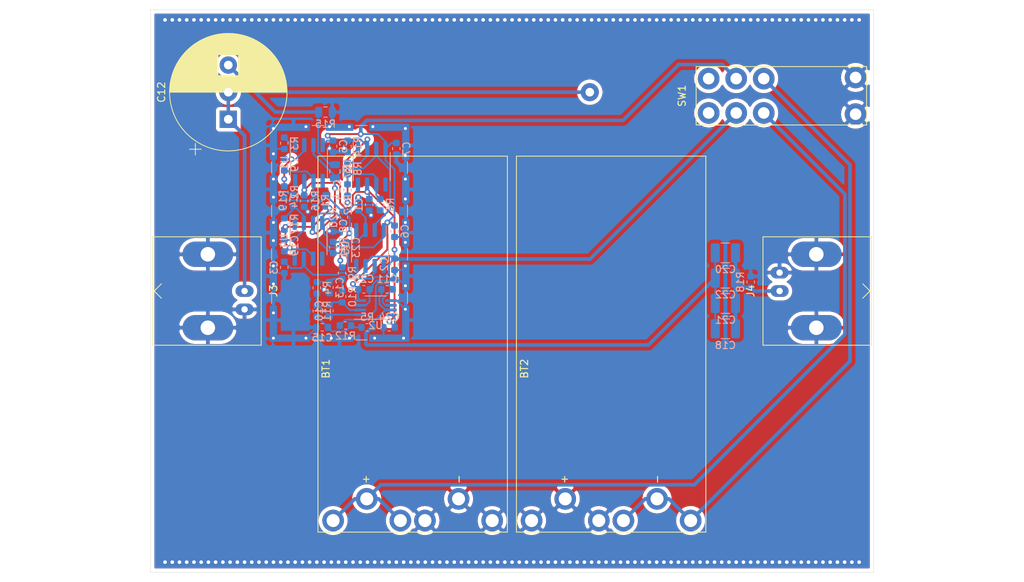
<source format=kicad_pcb>
(kicad_pcb (version 20171130) (host pcbnew "(5.1.6)-1")
  (layers (0 F.Cu signal) (31 B.Cu signal) (34 B.Paste user) (35 F.Paste user) (36 B.SilkS user) (37 F.SilkS user) (38 B.Mask user) (39 F.Mask user) (44 Edge.Cuts user))
  (net 0 "")
  (net 1 "Net-(BT1-Pad1)")
  (net 2 "Net-(BT2-Pad2)")
  (net 3 "Net-(U1-Pad8)")
  (net 4 "Net-(U1-Pad1)")
  (net 5 GND)
  (net 6 +12V)
  (net 7 -12V)
  (net 8 "Net-(R1-Pad1)")
  (net 9 "Net-(U3-Pad8)")
  (net 10 "Net-(U3-Pad1)")
  (net 11 "Net-(U4-Pad8)")
  (net 12 "Net-(U4-Pad1)")
  (net 13 "Net-(U5-Pad8)")
  (net 14 "Net-(R7-Pad1)")
  (net 15 "Net-(U5-Pad1)")
  (net 16 "Net-(C9-Pad2)")
  (net 17 "Net-(C9-Pad1)")
  (net 18 "Net-(C10-Pad2)")
  (net 19 "Net-(C10-Pad1)")
  (net 20 "Net-(C11-Pad2)")
  (net 21 "Net-(C11-Pad1)")
  (net 22 "Net-(C12-Pad2)")
  (net 23 "Net-(C12-Pad1)")
  (net 24 "Net-(C13-Pad2)")
  (net 25 "Net-(C14-Pad2)")
  (net 26 "Net-(C14-Pad1)")
  (net 27 "Net-(C15-Pad2)")
  (net 28 "Net-(C18-Pad2)")
  (net 29 "Net-(C19-Pad2)")
  (net 30 "Net-(C19-Pad1)")
  (net 31 "Net-(C23-Pad2)")
  (net 32 "Net-(C23-Pad1)")
  (module my_lib:RS_DPDT (layer F.Cu) (at 176 73)
    (fp_text reference SW1 (at -7.5 0 90) (layer F.SilkS))
    (fp_text value SWW246/7)
    (pad 7 thru_hole circle (at 16.51 2.54) (size 3 3) (drill 1.6) (layers *.Cu *.Mask) (net 5 GND))
    (pad 8 thru_hole circle (at 16.51 -2.54) (size 3 3) (drill 1.6) (layers *.Cu *.Mask) (net 5 GND))
    (pad 2 thru_hole circle (at 3.81 2.375) (size 3 3) (drill 1.6) (layers *.Cu *.Mask) (net 1 "Net-(BT1-Pad1)"))
    (pad 4 thru_hole circle (at 3.81 -2.375) (size 3 3) (drill 1.6) (layers *.Cu *.Mask) (net 2 "Net-(BT2-Pad2)"))
    (pad 1 thru_hole circle (at 0 2.375) (size 3 3) (drill 1.6) (layers *.Cu *.Mask) (net 6 +12V))
    (pad 3 thru_hole circle (at 0 -2.375) (size 3 3) (drill 1.6) (layers *.Cu *.Mask) (net 7 -12V))
    (pad 5 thru_hole circle (at -3.81 2.375) (size 3 3) (drill 1.6) (layers *.Cu *.Mask))
    (pad 6 thru_hole circle (at -3.81 -2.375) (size 3 3) (drill 1.6) (layers *.Cu *.Mask))
  )
  (module my_lib:9V_Keystone_593_594 (layer F.Cu) (at 158.7 110.75 90)
    (fp_text reference BT2 (at 0 -12 90) (layer F.SilkS))
    (fp_text value Battery_Cell)
    (fp_text user + (at -16 -6.5 90) (layer F.SilkS) (effects (justify left)))
    (fp_text user - (at -16 6.35 90) (layer F.SilkS) (effects (justify left)))
    (pad 1 thru_hole circle (at -21 -11 270) (size 3 3) (drill 1.8) (layers *.Cu *.Mask) (net 5 GND))
    (pad 1 thru_hole circle (at -21 -1.7 270) (size 3 3) (drill 1.8) (layers *.Cu *.Mask) (net 5 GND))
    (pad 2 thru_hole circle (at -21 1.7 270) (size 3 3) (drill 1.8) (layers *.Cu *.Mask) (net 2 "Net-(BT2-Pad2)"))
    (pad 2 thru_hole circle (at -21 11 270) (size 3 3) (drill 1.8) (layers *.Cu *.Mask) (net 2 "Net-(BT2-Pad2)"))
    (pad 1 thru_hole circle (at -18 -6.35 270) (size 3 3) (drill 1.8) (layers *.Cu *.Mask) (net 5 GND))
    (pad 2 thru_hole circle (at -18 6.35 270) (size 3 3) (drill 1.8) (layers *.Cu *.Mask) (net 2 "Net-(BT2-Pad2)"))
  )
  (module my_lib:9V_Keystone_593_594 (layer F.Cu) (at 131.25 110.75 90)
    (fp_text reference BT1 (at 0 -12 90) (layer F.SilkS))
    (fp_text value Battery_Cell)
    (fp_text user + (at -16 -6.5 90) (layer F.SilkS) (effects (justify left)))
    (fp_text user - (at -16 6.35 90) (layer F.SilkS) (effects (justify left)))
    (pad 1 thru_hole circle (at -21 -11 270) (size 3 3) (drill 1.8) (layers *.Cu *.Mask) (net 1 "Net-(BT1-Pad1)"))
    (pad 1 thru_hole circle (at -21 -1.7 270) (size 3 3) (drill 1.8) (layers *.Cu *.Mask) (net 1 "Net-(BT1-Pad1)"))
    (pad 2 thru_hole circle (at -21 1.7 270) (size 3 3) (drill 1.8) (layers *.Cu *.Mask) (net 5 GND))
    (pad 2 thru_hole circle (at -21 11 270) (size 3 3) (drill 1.8) (layers *.Cu *.Mask) (net 5 GND))
    (pad 1 thru_hole circle (at -18 -6.35 270) (size 3 3) (drill 1.8) (layers *.Cu *.Mask) (net 1 "Net-(BT1-Pad1)"))
    (pad 2 thru_hole circle (at -18 6.35 270) (size 3 3) (drill 1.8) (layers *.Cu *.Mask) (net 5 GND))
  )
  (module Capacitor_THT:CP_Radial_D16.0mm_P7.50mm (layer F.Cu) (at 105.75 76.25 90)
    (fp_text reference C12 (at 3.75 -9.25 90) (layer F.SilkS))
    (fp_text value 1000µF)
    (pad 2 thru_hole circle (at 7.5 0 90) (size 2.4 2.4) (drill 1.2) (layers *.Cu *.Mask) (net 22 "Net-(C12-Pad2)"))
    (pad 1 thru_hole rect (at 0 0 90) (size 2.4 2.4) (drill 1.2) (layers *.Cu *.Mask) (net 23 "Net-(C12-Pad1)"))
  )
  (module Capacitor_SMD:C_0603_1608Metric (layer B.Cu) (at 124.493379 99.77295 180)
    (fp_text reference C25 (at 0 1.43 180) (layer B.SilkS) (effects (justify mirror)))
    (fp_text value 100nF)
    (pad 2 smd roundrect (at 0.7875 0 180) (size 0.875 0.95) (layers B.Cu B.Paste B.Mask) (net 7 -12V))
    (pad 1 smd roundrect (at -0.7875 0 180) (size 0.875 0.95) (layers B.Cu B.Paste B.Mask) (net 5 GND))
  )
  (module Capacitor_SMD:C_0603_1608Metric (layer B.Cu) (at 127.993379 105.02295 180)
    (fp_text reference C24 (at 0 1.43 180) (layer B.SilkS) (effects (justify mirror)))
    (fp_text value 100nF)
    (pad 2 smd roundrect (at 0.7875 0 180) (size 0.875 0.95) (layers B.Cu B.Paste B.Mask) (net 5 GND))
    (pad 1 smd roundrect (at -0.7875 0 180) (size 0.875 0.95) (layers B.Cu B.Paste B.Mask) (net 6 +12V))
  )
  (module Capacitor_SMD:C_0603_1608Metric (layer B.Cu) (at 121.993379 93.98545 90)
    (fp_text reference C23 (at 0 1.43 90) (layer B.SilkS) (effects (justify mirror)))
    (fp_text value 330nF)
    (pad 2 smd roundrect (at 0.7875 0 90) (size 0.875 0.95) (layers B.Cu B.Paste B.Mask) (net 31 "Net-(C23-Pad2)"))
    (pad 1 smd roundrect (at -0.7875 0 90) (size 0.875 0.95) (layers B.Cu B.Paste B.Mask) (net 32 "Net-(C23-Pad1)"))
  )
  (module Package_SO:MSOP-8_3x3mm_P0.65mm (layer B.Cu) (at 126.130879 102.29795)
    (fp_text reference U2 (at 0 2.45 180) (layer B.SilkS) (effects (justify mirror)))
    (fp_text value Opamp_Dual_Generic)
    (pad 8 smd roundrect (at 2.1125 0.975) (size 1.625 0.4) (layers B.Cu B.Paste B.Mask) (net 6 +12V))
    (pad 7 smd roundrect (at 2.1125 0.325) (size 1.625 0.4) (layers B.Cu B.Paste B.Mask) (net 20 "Net-(C11-Pad2)"))
    (pad 6 smd roundrect (at 2.1125 -0.325) (size 1.625 0.4) (layers B.Cu B.Paste B.Mask) (net 21 "Net-(C11-Pad1)"))
    (pad 5 smd roundrect (at 2.1125 -0.975) (size 1.625 0.4) (layers B.Cu B.Paste B.Mask) (net 5 GND))
    (pad 4 smd roundrect (at -2.1125 -0.975) (size 1.625 0.4) (layers B.Cu B.Paste B.Mask) (net 7 -12V))
    (pad 3 smd roundrect (at -2.1125 -0.325) (size 1.625 0.4) (layers B.Cu B.Paste B.Mask) (net 5 GND))
    (pad 2 smd roundrect (at -2.1125 0.325) (size 1.625 0.4) (layers B.Cu B.Paste B.Mask) (net 19 "Net-(C10-Pad1)"))
    (pad 1 smd roundrect (at -2.1125 0.975) (size 1.625 0.4) (layers B.Cu B.Paste B.Mask) (net 18 "Net-(C10-Pad2)"))
  )
  (module Capacitor_SMD:C_1210_3225Metric (layer B.Cu) (at 174.506621 94.72705)
    (fp_text reference C20 (at 0 2.28 180) (layer B.SilkS) (effects (justify mirror)))
    (fp_text value 22µF)
    (pad 2 smd roundrect (at 1.4 0) (size 1.25 2.65) (layers B.Cu B.Paste B.Mask) (roundrect_rratio 0.2) (net 28 "Net-(C18-Pad2)"))
    (pad 1 smd roundrect (at -1.4 0) (size 1.25 2.65) (layers B.Cu B.Paste B.Mask) (roundrect_rratio 0.2) (net 20 "Net-(C11-Pad2)"))
  )
  (module Resistor_SMD:R_0603_1608Metric (layer B.Cu) (at 178 98.75 270)
    (fp_text reference R18 (at 0 1.43 270) (layer B.SilkS) (effects (justify mirror)))
    (fp_text value 49k9kOhm)
    (pad 2 smd roundrect (at 0.7875 0 270) (size 0.875 0.95) (layers B.Cu B.Paste B.Mask) (net 28 "Net-(C18-Pad2)"))
    (pad 1 smd roundrect (at -0.7875 0 270) (size 0.875 0.95) (layers B.Cu B.Paste B.Mask) (net 5 GND))
  )
  (module Resistor_SMD:R_0603_1608Metric (layer B.Cu) (at 124.955879 105.02295 180)
    (fp_text reference R5 (at 0 1.43 180) (layer B.SilkS) (effects (justify mirror)))
    (fp_text value 100kOhm)
    (pad 2 smd roundrect (at 0.7875 0 180) (size 0.875 0.95) (layers B.Cu B.Paste B.Mask) (net 27 "Net-(C15-Pad2)"))
    (pad 1 smd roundrect (at -0.7875 0 180) (size 0.875 0.95) (layers B.Cu B.Paste B.Mask) (net 20 "Net-(C11-Pad2)"))
  )
  (module Capacitor_SMD:C_1210_3225Metric (layer B.Cu) (at 174.506621 98.22705)
    (fp_text reference C22 (at 0 2.28 180) (layer B.SilkS) (effects (justify mirror)))
    (fp_text value 22µF)
    (pad 2 smd roundrect (at 1.4 0) (size 1.25 2.65) (layers B.Cu B.Paste B.Mask) (roundrect_rratio 0.2) (net 28 "Net-(C18-Pad2)"))
    (pad 1 smd roundrect (at -1.4 0) (size 1.25 2.65) (layers B.Cu B.Paste B.Mask) (roundrect_rratio 0.2) (net 20 "Net-(C11-Pad2)"))
  )
  (module Capacitor_SMD:C_1210_3225Metric (layer B.Cu) (at 174.506621 101.72705)
    (fp_text reference C21 (at 0 2.28 180) (layer B.SilkS) (effects (justify mirror)))
    (fp_text value 22µF)
    (pad 2 smd roundrect (at 1.4 0) (size 1.25 2.65) (layers B.Cu B.Paste B.Mask) (roundrect_rratio 0.2) (net 28 "Net-(C18-Pad2)"))
    (pad 1 smd roundrect (at -1.4 0) (size 1.25 2.65) (layers B.Cu B.Paste B.Mask) (roundrect_rratio 0.2) (net 20 "Net-(C11-Pad2)"))
  )
  (module Capacitor_SMD:C_1210_3225Metric (layer B.Cu) (at 174.506621 105.22705)
    (fp_text reference C18 (at 0 2.28 180) (layer B.SilkS) (effects (justify mirror)))
    (fp_text value 22µF)
    (pad 2 smd roundrect (at 1.4 0) (size 1.25 2.65) (layers B.Cu B.Paste B.Mask) (roundrect_rratio 0.2) (net 28 "Net-(C18-Pad2)"))
    (pad 1 smd roundrect (at -1.4 0) (size 1.25 2.65) (layers B.Cu B.Paste B.Mask) (roundrect_rratio 0.2) (net 20 "Net-(C11-Pad2)"))
  )
  (module Capacitor_SMD:C_0603_1608Metric (layer B.Cu) (at 127.705879 99.77295 180)
    (fp_text reference C11 (at 0 1.43 180) (layer B.SilkS) (effects (justify mirror)))
    (fp_text value 39nF)
    (pad 2 smd roundrect (at 0.7875 0 180) (size 0.875 0.95) (layers B.Cu B.Paste B.Mask) (net 20 "Net-(C11-Pad2)"))
    (pad 1 smd roundrect (at -0.7875 0 180) (size 0.875 0.95) (layers B.Cu B.Paste B.Mask) (net 21 "Net-(C11-Pad1)"))
  )
  (module Capacitor_SMD:C_0603_1608Metric (layer B.Cu) (at 120.243379 90.98545 90)
    (fp_text reference C8 (at 0 1.43 90) (layer B.SilkS) (effects (justify mirror)))
    (fp_text value 100nF)
    (pad 2 smd roundrect (at 0.7875 0 90) (size 0.875 0.95) (layers B.Cu B.Paste B.Mask) (net 7 -12V))
    (pad 1 smd roundrect (at -0.7875 0 90) (size 0.875 0.95) (layers B.Cu B.Paste B.Mask) (net 5 GND))
  )
  (module Capacitor_SMD:C_0603_1608Metric (layer B.Cu) (at 128.993379 80.31045 90)
    (fp_text reference C7 (at 0 1.43 90) (layer B.SilkS) (effects (justify mirror)))
    (fp_text value 100nF)
    (pad 2 smd roundrect (at 0.7875 0 90) (size 0.875 0.95) (layers B.Cu B.Paste B.Mask) (net 7 -12V))
    (pad 1 smd roundrect (at -0.7875 0 90) (size 0.875 0.95) (layers B.Cu B.Paste B.Mask) (net 5 GND))
  )
  (module Capacitor_SMD:C_0603_1608Metric (layer B.Cu) (at 128.743379 91.73545 90)
    (fp_text reference C6 (at 0 1.43 90) (layer B.SilkS) (effects (justify mirror)))
    (fp_text value 100nF)
    (pad 2 smd roundrect (at 0.7875 0 90) (size 0.875 0.95) (layers B.Cu B.Paste B.Mask) (net 7 -12V))
    (pad 1 smd roundrect (at -0.7875 0 90) (size 0.875 0.95) (layers B.Cu B.Paste B.Mask) (net 5 GND))
  )
  (module Capacitor_SMD:C_0603_1608Metric (layer B.Cu) (at 120.243379 79.98545 90)
    (fp_text reference C5 (at 0 1.43 90) (layer B.SilkS) (effects (justify mirror)))
    (fp_text value 100nF)
    (pad 2 smd roundrect (at 0.7875 0 90) (size 0.875 0.95) (layers B.Cu B.Paste B.Mask) (net 7 -12V))
    (pad 1 smd roundrect (at -0.7875 0 90) (size 0.875 0.95) (layers B.Cu B.Paste B.Mask) (net 5 GND))
  )
  (module Capacitor_SMD:C_0603_1608Metric (layer B.Cu) (at 116.243379 87.56045 270)
    (fp_text reference C4 (at 0 1.43 90) (layer B.SilkS) (effects (justify mirror)))
    (fp_text value 100nF)
    (pad 2 smd roundrect (at 0.7875 0 270) (size 0.875 0.95) (layers B.Cu B.Paste B.Mask) (net 5 GND))
    (pad 1 smd roundrect (at -0.7875 0 270) (size 0.875 0.95) (layers B.Cu B.Paste B.Mask) (net 6 +12V))
  )
  (module Capacitor_SMD:C_0603_1608Metric (layer B.Cu) (at 113.493379 96.73545 270)
    (fp_text reference C3 (at 0 1.43 90) (layer B.SilkS) (effects (justify mirror)))
    (fp_text value 100nF)
    (pad 2 smd roundrect (at 0.7875 0 270) (size 0.875 0.95) (layers B.Cu B.Paste B.Mask) (net 5 GND))
    (pad 1 smd roundrect (at -0.7875 0 270) (size 0.875 0.95) (layers B.Cu B.Paste B.Mask) (net 6 +12V))
  )
  (module Capacitor_SMD:C_0603_1608Metric (layer B.Cu) (at 128.743379 96.31045 270)
    (fp_text reference C2 (at 0 1.43 90) (layer B.SilkS) (effects (justify mirror)))
    (fp_text value 100nF)
    (pad 2 smd roundrect (at 0.7875 0 270) (size 0.875 0.95) (layers B.Cu B.Paste B.Mask) (net 5 GND))
    (pad 1 smd roundrect (at -0.7875 0 270) (size 0.875 0.95) (layers B.Cu B.Paste B.Mask) (net 6 +12V))
  )
  (module Capacitor_SMD:C_0603_1608Metric (layer B.Cu) (at 125.243379 88.06045 270)
    (fp_text reference C1 (at 0 1.43 90) (layer B.SilkS) (effects (justify mirror)))
    (fp_text value 100nF)
    (pad 2 smd roundrect (at 0.7875 0 270) (size 0.875 0.95) (layers B.Cu B.Paste B.Mask) (net 5 GND))
    (pad 1 smd roundrect (at -0.7875 0 270) (size 0.875 0.95) (layers B.Cu B.Paste B.Mask) (net 6 +12V))
  )
  (module Resistor_SMD:R_0603_1608Metric (layer B.Cu) (at 121.955879 104.77295)
    (fp_text reference R12 (at 0 1.43 180) (layer B.SilkS) (effects (justify mirror)))
    (fp_text value 100kOhm)
    (pad 2 smd roundrect (at 0.7875 0) (size 0.875 0.95) (layers B.Cu B.Paste B.Mask) (net 27 "Net-(C15-Pad2)"))
    (pad 1 smd roundrect (at -0.7875 0) (size 0.875 0.95) (layers B.Cu B.Paste B.Mask) (net 21 "Net-(C11-Pad1)"))
  )
  (module Resistor_SMD:R_0603_1608Metric (layer B.Cu) (at 121.493379 100.77295 90)
    (fp_text reference R10 (at 0 1.43 90) (layer B.SilkS) (effects (justify mirror)))
    (fp_text value 100kOhm)
    (pad 2 smd roundrect (at 0.7875 0 90) (size 0.875 0.95) (layers B.Cu B.Paste B.Mask) (net 24 "Net-(C13-Pad2)"))
    (pad 1 smd roundrect (at -0.7875 0 90) (size 0.875 0.95) (layers B.Cu B.Paste B.Mask) (net 19 "Net-(C10-Pad1)"))
  )
  (module Resistor_SMD:R_0603_1608Metric (layer B.Cu) (at 121.493379 97.52295 90)
    (fp_text reference R9 (at 0 1.43 90) (layer B.SilkS) (effects (justify mirror)))
    (fp_text value 100kOhm)
    (pad 2 smd roundrect (at 0.7875 0 90) (size 0.875 0.95) (layers B.Cu B.Paste B.Mask) (net 8 "Net-(R1-Pad1)"))
    (pad 1 smd roundrect (at -0.7875 0 90) (size 0.875 0.95) (layers B.Cu B.Paste B.Mask) (net 24 "Net-(C13-Pad2)"))
  )
  (module Resistor_SMD:R_0603_1608Metric (layer B.Cu) (at 117.993379 99.56045 90)
    (fp_text reference R4 (at 0 1.43 90) (layer B.SilkS) (effects (justify mirror)))
    (fp_text value 100kOhm)
    (pad 2 smd roundrect (at 0.7875 0 90) (size 0.875 0.95) (layers B.Cu B.Paste B.Mask) (net 24 "Net-(C13-Pad2)"))
    (pad 1 smd roundrect (at -0.7875 0 90) (size 0.875 0.95) (layers B.Cu B.Paste B.Mask) (net 18 "Net-(C10-Pad2)"))
  )
  (module Capacitor_SMD:C_0603_1608Metric (layer B.Cu) (at 113.493379 93.73545 90)
    (fp_text reference C19 (at 0 1.43 90) (layer B.SilkS) (effects (justify mirror)))
    (fp_text value 330nF)
    (pad 2 smd roundrect (at 0.7875 0 90) (size 0.875 0.95) (layers B.Cu B.Paste B.Mask) (net 29 "Net-(C19-Pad2)"))
    (pad 1 smd roundrect (at -0.7875 0 90) (size 0.875 0.95) (layers B.Cu B.Paste B.Mask) (net 30 "Net-(C19-Pad1)"))
  )
  (module Capacitor_SMD:C_0603_1608Metric (layer B.Cu) (at 118.743379 105.02295)
    (fp_text reference C15 (at 0 1.43 180) (layer B.SilkS) (effects (justify mirror)))
    (fp_text value 680nF)
    (pad 2 smd roundrect (at 0.7875 0) (size 0.875 0.95) (layers B.Cu B.Paste B.Mask) (net 27 "Net-(C15-Pad2)"))
    (pad 1 smd roundrect (at -0.7875 0) (size 0.875 0.95) (layers B.Cu B.Paste B.Mask) (net 5 GND))
  )
  (module Capacitor_SMD:C_0603_1608Metric (layer B.Cu) (at 119.743379 99.52295 90)
    (fp_text reference C13 (at 0 1.43 90) (layer B.SilkS) (effects (justify mirror)))
    (fp_text value 270nF)
    (pad 2 smd roundrect (at 0.7875 0 90) (size 0.875 0.95) (layers B.Cu B.Paste B.Mask) (net 24 "Net-(C13-Pad2)"))
    (pad 1 smd roundrect (at -0.7875 0 90) (size 0.875 0.95) (layers B.Cu B.Paste B.Mask) (net 5 GND))
  )
  (module Capacitor_SMD:C_0603_1608Metric (layer B.Cu) (at 122.243379 86.02295 270)
    (fp_text reference C14 (at 0 1.43 90) (layer B.SilkS) (effects (justify mirror)))
    (fp_text value 330nF)
    (pad 2 smd roundrect (at 0.7875 0 270) (size 0.875 0.95) (layers B.Cu B.Paste B.Mask) (net 25 "Net-(C14-Pad2)"))
    (pad 1 smd roundrect (at -0.7875 0 270) (size 0.875 0.95) (layers B.Cu B.Paste B.Mask) (net 26 "Net-(C14-Pad1)"))
  )
  (module Capacitor_SMD:C_0603_1608Metric (layer B.Cu) (at 119.743379 102.73545 270)
    (fp_text reference C10 (at 0 1.43 90) (layer B.SilkS) (effects (justify mirror)))
    (fp_text value 270nF)
    (pad 2 smd roundrect (at 0.7875 0 270) (size 0.875 0.95) (layers B.Cu B.Paste B.Mask) (net 18 "Net-(C10-Pad2)"))
    (pad 1 smd roundrect (at -0.7875 0 270) (size 0.875 0.95) (layers B.Cu B.Paste B.Mask) (net 19 "Net-(C10-Pad1)"))
  )
  (module Capacitor_SMD:C_0603_1608Metric (layer B.Cu) (at 113.493379 82.56045 90)
    (fp_text reference C9 (at 0 1.43 90) (layer B.SilkS) (effects (justify mirror)))
    (fp_text value 330nF)
    (pad 2 smd roundrect (at 0.7875 0 90) (size 0.875 0.95) (layers B.Cu B.Paste B.Mask) (net 16 "Net-(C9-Pad2)"))
    (pad 1 smd roundrect (at -0.7875 0 90) (size 0.875 0.95) (layers B.Cu B.Paste B.Mask) (net 17 "Net-(C9-Pad1)"))
  )
  (module Resistor_SMD:R_0603_1608Metric (layer B.Cu) (at 117.993379 102.77295 90)
    (fp_text reference R11 (at 0 1.43 90) (layer B.SilkS) (effects (justify mirror)))
    (fp_text value 100kOhm)
    (pad 2 smd roundrect (at 0.7875 0 90) (size 0.875 0.95) (layers B.Cu B.Paste B.Mask) (net 18 "Net-(C10-Pad2)"))
    (pad 1 smd roundrect (at -0.7875 0 90) (size 0.875 0.95) (layers B.Cu B.Paste B.Mask) (net 27 "Net-(C15-Pad2)"))
  )
  (module Resistor_SMD:R_0603_1608Metric (layer B.Cu) (at 123.743379 88.06045 270)
    (fp_text reference R22 (at 0 1.43 90) (layer B.SilkS) (effects (justify mirror)))
    (fp_text value 10Ohm)
    (pad 2 smd roundrect (at 0.7875 0 270) (size 0.875 0.95) (layers B.Cu B.Paste B.Mask) (net 31 "Net-(C23-Pad2)"))
    (pad 1 smd roundrect (at -0.7875 0 270) (size 0.875 0.95) (layers B.Cu B.Paste B.Mask) (net 5 GND))
  )
  (module Resistor_SMD:R_0603_1608Metric (layer B.Cu) (at 120.243379 93.98545 90)
    (fp_text reference R21 (at 0 1.43 90) (layer B.SilkS) (effects (justify mirror)))
    (fp_text value 100kOhm)
    (pad 2 smd roundrect (at 0.7875 0 90) (size 0.875 0.95) (layers B.Cu B.Paste B.Mask) (net 31 "Net-(C23-Pad2)"))
    (pad 1 smd roundrect (at -0.7875 0 90) (size 0.875 0.95) (layers B.Cu B.Paste B.Mask) (net 32 "Net-(C23-Pad1)"))
  )
  (module Resistor_SMD:R_0603_1608Metric (layer B.Cu) (at 121.743379 89.81045 270)
    (fp_text reference R20 (at 0 1.43 90) (layer B.SilkS) (effects (justify mirror)))
    (fp_text value 1kOhm)
    (pad 2 smd roundrect (at 0.7875 0 270) (size 0.875 0.95) (layers B.Cu B.Paste B.Mask) (net 32 "Net-(C23-Pad1)"))
    (pad 1 smd roundrect (at -0.7875 0 270) (size 0.875 0.95) (layers B.Cu B.Paste B.Mask) (net 8 "Net-(R1-Pad1)"))
  )
  (module Resistor_SMD:R_0603_1608Metric (layer B.Cu) (at 122.243379 79.98545 90)
    (fp_text reference R14 (at 0 1.43 90) (layer B.SilkS) (effects (justify mirror)))
    (fp_text value 10Ohm)
    (pad 2 smd roundrect (at 0.7875 0 90) (size 0.875 0.95) (layers B.Cu B.Paste B.Mask) (net 25 "Net-(C14-Pad2)"))
    (pad 1 smd roundrect (at -0.7875 0 90) (size 0.875 0.95) (layers B.Cu B.Paste B.Mask) (net 5 GND))
  )
  (module Resistor_SMD:R_0603_1608Metric (layer B.Cu) (at 122.243379 83.06045 90)
    (fp_text reference R8 (at 0 1.43 90) (layer B.SilkS) (effects (justify mirror)))
    (fp_text value 100kOhm)
    (pad 2 smd roundrect (at 0.7875 0 90) (size 0.875 0.95) (layers B.Cu B.Paste B.Mask) (net 25 "Net-(C14-Pad2)"))
    (pad 1 smd roundrect (at -0.7875 0 90) (size 0.875 0.95) (layers B.Cu B.Paste B.Mask) (net 26 "Net-(C14-Pad1)"))
  )
  (module Resistor_SMD:R_0603_1608Metric (layer B.Cu) (at 126.743379 88.06045 90)
    (fp_text reference R6 (at 0 1.43 90) (layer B.SilkS) (effects (justify mirror)))
    (fp_text value 1kOhm)
    (pad 2 smd roundrect (at 0.7875 0 90) (size 0.875 0.95) (layers B.Cu B.Paste B.Mask) (net 26 "Net-(C14-Pad1)"))
    (pad 1 smd roundrect (at -0.7875 0 90) (size 0.875 0.95) (layers B.Cu B.Paste B.Mask) (net 8 "Net-(R1-Pad1)"))
  )
  (module Resistor_SMD:R_0603_1608Metric (layer B.Cu) (at 113.493379 79.56045 90)
    (fp_text reference R3 (at 0 1.43 90) (layer B.SilkS) (effects (justify mirror)))
    (fp_text value 10Ohm)
    (pad 2 smd roundrect (at 0.7875 0 90) (size 0.875 0.95) (layers B.Cu B.Paste B.Mask) (net 16 "Net-(C9-Pad2)"))
    (pad 1 smd roundrect (at -0.7875 0 90) (size 0.875 0.95) (layers B.Cu B.Paste B.Mask) (net 5 GND))
  )
  (module Resistor_SMD:R_0603_1608Metric (layer B.Cu) (at 113.493379 86.31045 90)
    (fp_text reference R2 (at 0 1.43 90) (layer B.SilkS) (effects (justify mirror)))
    (fp_text value 100kOhm)
    (pad 2 smd roundrect (at 0.7875 0 90) (size 0.875 0.95) (layers B.Cu B.Paste B.Mask) (net 16 "Net-(C9-Pad2)"))
    (pad 1 smd roundrect (at -0.7875 0 90) (size 0.875 0.95) (layers B.Cu B.Paste B.Mask) (net 17 "Net-(C9-Pad1)"))
  )
  (module Resistor_SMD:R_0603_1608Metric (layer B.Cu) (at 117.743379 87.56045 90)
    (fp_text reference R1 (at 0 1.43 90) (layer B.SilkS) (effects (justify mirror)))
    (fp_text value 1kOhm)
    (pad 2 smd roundrect (at 0.7875 0 90) (size 0.875 0.95) (layers B.Cu B.Paste B.Mask) (net 17 "Net-(C9-Pad1)"))
    (pad 1 smd roundrect (at -0.7875 0 90) (size 0.875 0.95) (layers B.Cu B.Paste B.Mask) (net 8 "Net-(R1-Pad1)"))
  )
  (module Resistor_SMD:R_0603_1608Metric (layer B.Cu) (at 114.743379 87.48545 270)
    (fp_text reference R19 (at 0 1.43 90) (layer B.SilkS) (effects (justify mirror)))
    (fp_text value 10Ohm)
    (pad 2 smd roundrect (at 0.7875 0 270) (size 0.875 0.95) (layers B.Cu B.Paste B.Mask) (net 29 "Net-(C19-Pad2)"))
    (pad 1 smd roundrect (at -0.7875 0 270) (size 0.875 0.95) (layers B.Cu B.Paste B.Mask) (net 5 GND))
  )
  (module Resistor_SMD:R_0603_1608Metric (layer B.Cu) (at 113.493379 90.73545 90)
    (fp_text reference R17 (at 0 1.43 90) (layer B.SilkS) (effects (justify mirror)))
    (fp_text value 100kOhm)
    (pad 2 smd roundrect (at 0.7875 0 90) (size 0.875 0.95) (layers B.Cu B.Paste B.Mask) (net 29 "Net-(C19-Pad2)"))
    (pad 1 smd roundrect (at -0.7875 0 90) (size 0.875 0.95) (layers B.Cu B.Paste B.Mask) (net 30 "Net-(C19-Pad1)"))
  )
  (module Resistor_SMD:R_0603_1608Metric (layer B.Cu) (at 119.243379 87.52295 270)
    (fp_text reference R16 (at 0 1.43 90) (layer B.SilkS) (effects (justify mirror)))
    (fp_text value 1kOhm)
    (pad 2 smd roundrect (at 0.7875 0 270) (size 0.875 0.95) (layers B.Cu B.Paste B.Mask) (net 30 "Net-(C19-Pad1)"))
    (pad 1 smd roundrect (at -0.7875 0 270) (size 0.875 0.95) (layers B.Cu B.Paste B.Mask) (net 8 "Net-(R1-Pad1)"))
  )
  (module Package_SO:SOIC-8_3.9x4.9mm_P1.27mm (layer B.Cu) (at 125.358379 94.04795 270)
    (fp_text reference U5 (at 0 3.4 90) (layer B.SilkS) (effects (justify mirror)))
    (fp_text value ADA4523-1)
    (pad 8 smd roundrect (at 2.475 1.905 270) (size 1.95 0.6) (layers B.Cu B.Paste B.Mask) (net 13 "Net-(U5-Pad8)"))
    (pad 7 smd roundrect (at 2.475 0.635 270) (size 1.95 0.6) (layers B.Cu B.Paste B.Mask) (net 6 +12V))
    (pad 6 smd roundrect (at 2.475 -0.635 270) (size 1.95 0.6) (layers B.Cu B.Paste B.Mask) (net 32 "Net-(C23-Pad1)"))
    (pad 5 smd roundrect (at 2.475 -1.905 270) (size 1.95 0.6) (layers B.Cu B.Paste B.Mask))
    (pad 4 smd roundrect (at -2.475 -1.905 270) (size 1.95 0.6) (layers B.Cu B.Paste B.Mask) (net 7 -12V))
    (pad 3 smd roundrect (at -2.475 -0.635 270) (size 1.95 0.6) (layers B.Cu B.Paste B.Mask) (net 14 "Net-(R7-Pad1)"))
    (pad 2 smd roundrect (at -2.475 0.635 270) (size 1.95 0.6) (layers B.Cu B.Paste B.Mask) (net 31 "Net-(C23-Pad2)"))
    (pad 1 smd roundrect (at -2.475 1.905 270) (size 1.95 0.6) (layers B.Cu B.Paste B.Mask) (net 15 "Net-(U5-Pad1)"))
  )
  (module Package_SO:SOIC-8_3.9x4.9mm_P1.27mm (layer B.Cu) (at 125.588379 82.79795 270)
    (fp_text reference U3 (at 0 3.4 90) (layer B.SilkS) (effects (justify mirror)))
    (fp_text value ADA4523-1)
    (pad 8 smd roundrect (at 2.475 1.905 270) (size 1.95 0.6) (layers B.Cu B.Paste B.Mask) (net 9 "Net-(U3-Pad8)"))
    (pad 7 smd roundrect (at 2.475 0.635 270) (size 1.95 0.6) (layers B.Cu B.Paste B.Mask) (net 6 +12V))
    (pad 6 smd roundrect (at 2.475 -0.635 270) (size 1.95 0.6) (layers B.Cu B.Paste B.Mask) (net 26 "Net-(C14-Pad1)"))
    (pad 5 smd roundrect (at 2.475 -1.905 270) (size 1.95 0.6) (layers B.Cu B.Paste B.Mask))
    (pad 4 smd roundrect (at -2.475 -1.905 270) (size 1.95 0.6) (layers B.Cu B.Paste B.Mask) (net 7 -12V))
    (pad 3 smd roundrect (at -2.475 -0.635 270) (size 1.95 0.6) (layers B.Cu B.Paste B.Mask) (net 14 "Net-(R7-Pad1)"))
    (pad 2 smd roundrect (at -2.475 0.635 270) (size 1.95 0.6) (layers B.Cu B.Paste B.Mask) (net 25 "Net-(C14-Pad2)"))
    (pad 1 smd roundrect (at -2.475 1.905 270) (size 1.95 0.6) (layers B.Cu B.Paste B.Mask) (net 10 "Net-(U3-Pad1)"))
  )
  (module Package_SO:SOIC-8_3.9x4.9mm_P1.27mm (layer B.Cu) (at 116.898379 82.29795 270)
    (fp_text reference U1 (at 0 3.4 90) (layer B.SilkS) (effects (justify mirror)))
    (fp_text value ADA4523-1)
    (pad 8 smd roundrect (at 2.475 1.905 270) (size 1.95 0.6) (layers B.Cu B.Paste B.Mask) (net 3 "Net-(U1-Pad8)"))
    (pad 7 smd roundrect (at 2.475 0.635 270) (size 1.95 0.6) (layers B.Cu B.Paste B.Mask) (net 6 +12V))
    (pad 6 smd roundrect (at 2.475 -0.635 270) (size 1.95 0.6) (layers B.Cu B.Paste B.Mask) (net 17 "Net-(C9-Pad1)"))
    (pad 5 smd roundrect (at 2.475 -1.905 270) (size 1.95 0.6) (layers B.Cu B.Paste B.Mask))
    (pad 4 smd roundrect (at -2.475 -1.905 270) (size 1.95 0.6) (layers B.Cu B.Paste B.Mask) (net 7 -12V))
    (pad 3 smd roundrect (at -2.475 -0.635 270) (size 1.95 0.6) (layers B.Cu B.Paste B.Mask) (net 14 "Net-(R7-Pad1)"))
    (pad 2 smd roundrect (at -2.475 0.635 270) (size 1.95 0.6) (layers B.Cu B.Paste B.Mask) (net 16 "Net-(C9-Pad2)"))
    (pad 1 smd roundrect (at -2.475 1.905 270) (size 1.95 0.6) (layers B.Cu B.Paste B.Mask) (net 4 "Net-(U1-Pad1)"))
  )
  (module RF_Shielding:Laird_Technologies_BMI-S-209-F_29.36x18.50mm (layer B.Cu) (at 121.143379 91.93295 270)
    (fp_text reference J5 hide)
    (fp_text value Conn_01x01 hide)
    (pad 1 smd rect (at -14.58 9.15 270) (size 1 1) (layers B.Cu B.Paste B.Mask) (net 5 GND))
    (pad 1 smd rect (at 14.58 9.15 270) (size 1 1) (layers B.Cu B.Paste B.Mask) (net 5 GND))
    (pad 1 smd rect (at 14.58 -9.15 270) (size 1 1) (layers B.Cu B.Paste B.Mask) (net 5 GND))
    (pad 1 smd rect (at -14.58 -9.15 270) (size 1 1) (layers B.Cu B.Paste B.Mask) (net 5 GND))
    (pad 1 smd rect (at -12.09 9.15 270) (size 3.98 1) (layers B.Cu B.Paste B.Mask) (net 5 GND))
    (pad 1 smd rect (at -12.09 -9.15 270) (size 3.98 1) (layers B.Cu B.Paste B.Mask) (net 5 GND))
    (pad 1 smd rect (at -6 9.15 270) (size 3.8 1) (layers B.Cu B.Paste B.Mask) (net 5 GND))
    (pad 1 smd rect (at -6 -9.15 270) (size 3.8 1) (layers B.Cu B.Paste B.Mask) (net 5 GND))
    (pad 1 smd rect (at 0 9.15 270) (size 3.8 1) (layers B.Cu B.Paste B.Mask) (net 5 GND))
    (pad 1 smd rect (at 0 -9.15 270) (size 3.8 1) (layers B.Cu B.Paste B.Mask) (net 5 GND))
    (pad 1 smd rect (at 6 9.15 270) (size 3.8 1) (layers B.Cu B.Paste B.Mask) (net 5 GND))
    (pad 1 smd rect (at 6 -9.15 270) (size 3.8 1) (layers B.Cu B.Paste B.Mask) (net 5 GND))
    (pad 1 smd rect (at 12.09 9.15 270) (size 3.98 1) (layers B.Cu B.Paste B.Mask) (net 5 GND))
    (pad 1 smd rect (at 12.09 -9.15 270) (size 3.98 1) (layers B.Cu B.Paste B.Mask) (net 5 GND))
    (pad 1 smd rect (at -14.58 6.375 270) (size 1 4.55) (layers B.Cu B.Paste B.Mask) (net 5 GND))
    (pad 1 smd rect (at 14.58 6.375 270) (size 1 4.55) (layers B.Cu B.Paste B.Mask) (net 5 GND))
    (pad 1 smd rect (at -14.58 0 270) (size 1 3.8) (layers B.Cu B.Paste B.Mask) (net 5 GND))
    (pad 1 smd rect (at 14.58 0 270) (size 1 3.8) (layers B.Cu B.Paste B.Mask) (net 5 GND))
    (pad 1 smd rect (at -14.58 -6.375 270) (size 1 4.55) (layers B.Cu B.Paste B.Mask) (net 5 GND))
    (pad 1 smd rect (at 14.58 -6.375 270) (size 1 4.55) (layers B.Cu B.Paste B.Mask) (net 5 GND))
  )
  (module Resistor_SMD:R_0805_2012Metric (layer B.Cu) (at 120.493379 83.46045 90)
    (fp_text reference R7 (at 0 1.65 90) (layer B.SilkS) (effects (justify mirror)))
    (fp_text value 100R)
    (pad 2 smd roundrect (at 0.9375 0 90) (size 0.975 1.4) (layers B.Cu B.Paste B.Mask) (net 22 "Net-(C12-Pad2)"))
    (pad 1 smd roundrect (at -0.9375 0 90) (size 0.975 1.4) (layers B.Cu B.Paste B.Mask) (net 14 "Net-(R7-Pad1)"))
  )
  (module Resistor_SMD:R_0805_2012Metric (layer B.Cu) (at 119.1875 75.25)
    (fp_text reference R15 (at 0 1.65 180) (layer B.SilkS) (effects (justify mirror)))
    (fp_text value 2kOhm)
    (pad 2 smd roundrect (at 0.9375 0) (size 0.975 1.4) (layers B.Cu B.Paste B.Mask) (net 5 GND))
    (pad 1 smd roundrect (at -0.9375 0) (size 0.975 1.4) (layers B.Cu B.Paste B.Mask) (net 22 "Net-(C12-Pad2)"))
  )
  (module Connector_Coaxial:BNC_Amphenol_B6252HB-NPP3G-50_Horizontal (layer F.Cu) (at 108 100 90)
    (fp_text reference J3 (at 0 4 90) (layer F.SilkS))
    (fp_text value Conn_01x02)
    (pad 2 thru_hole oval (at -2.54 0 90) (size 1.6 2.5) (drill 0.89) (layers *.Cu *.Mask) (net 5 GND))
    (pad 1 thru_hole oval (at 0 0 90) (size 1.6 2.5) (drill 0.89) (layers *.Cu *.Mask) (net 23 "Net-(C12-Pad1)"))
    (pad 2 thru_hole oval (at 5.08 -5.08 90) (size 3.5 7) (drill 2.01) (layers *.Cu *.Mask) (net 5 GND))
    (pad 2 thru_hole oval (at -5.08 -5.08 90) (size 3.5 7) (drill 2.01) (layers *.Cu *.Mask) (net 5 GND))
  )
  (module Package_SO:SOIC-8_3.9x4.9mm_P1.27mm (layer B.Cu) (at 116.838379 93.04795 270)
    (fp_text reference U4 (at 0 3.4 90) (layer B.SilkS) (effects (justify mirror)))
    (fp_text value ADA4523-1)
    (pad 8 smd roundrect (at 2.475 1.905 270) (size 1.95 0.6) (layers B.Cu B.Paste B.Mask) (net 11 "Net-(U4-Pad8)"))
    (pad 7 smd roundrect (at 2.475 0.635 270) (size 1.95 0.6) (layers B.Cu B.Paste B.Mask) (net 6 +12V))
    (pad 6 smd roundrect (at 2.475 -0.635 270) (size 1.95 0.6) (layers B.Cu B.Paste B.Mask) (net 30 "Net-(C19-Pad1)"))
    (pad 5 smd roundrect (at 2.475 -1.905 270) (size 1.95 0.6) (layers B.Cu B.Paste B.Mask))
    (pad 4 smd roundrect (at -2.475 -1.905 270) (size 1.95 0.6) (layers B.Cu B.Paste B.Mask) (net 7 -12V))
    (pad 3 smd roundrect (at -2.475 -0.635 270) (size 1.95 0.6) (layers B.Cu B.Paste B.Mask) (net 14 "Net-(R7-Pad1)"))
    (pad 2 smd roundrect (at -2.475 0.635 270) (size 1.95 0.6) (layers B.Cu B.Paste B.Mask) (net 29 "Net-(C19-Pad2)"))
    (pad 1 smd roundrect (at -2.475 1.905 270) (size 1.95 0.6) (layers B.Cu B.Paste B.Mask) (net 12 "Net-(U4-Pad1)"))
  )
  (module Connector_Coaxial:BNC_Amphenol_B6252HB-NPP3G-50_Horizontal (layer F.Cu) (at 182 100 270)
    (fp_text reference J4 (at 0 4 90) (layer F.SilkS))
    (fp_text value Conn_01x02)
    (pad 2 thru_hole oval (at -2.54 0 270) (size 1.6 2.5) (drill 0.89) (layers *.Cu *.Mask) (net 5 GND))
    (pad 1 thru_hole oval (at 0 0 270) (size 1.6 2.5) (drill 0.89) (layers *.Cu *.Mask) (net 28 "Net-(C18-Pad2)"))
    (pad 2 thru_hole oval (at 5.08 -5.08 270) (size 3.5 7) (drill 2.01) (layers *.Cu *.Mask) (net 5 GND))
    (pad 2 thru_hole oval (at -5.08 -5.08 270) (size 3.5 7) (drill 2.01) (layers *.Cu *.Mask) (net 5 GND))
  )
  (gr_text "reps LNA3 August 2020" (at 179.5 66) (layer F.Cu) (effects (font (size 1.5 1.5) (thickness 0.3))))
  (gr_line (start 195 138.89) (end 195 61.11) (layer Edge.Cuts) (width 0.05))
  (gr_line (start 195 138.89) (end 95 138.89) (layer Edge.Cuts) (width 0.05))
  (gr_line (start 95 61.11) (end 95 138.89) (layer Edge.Cuts) (width 0.05))
  (gr_line (start 95 61.11) (end 195 61.11) (layer Edge.Cuts) (width 0.05))
  (segment (start 123.25 128.75) (end 124.9 128.75) (width 0.5) (layer B.Cu) (net 1))
  (segment (start 120.25 131.75) (end 123.25 128.75) (width 0.5) (layer B.Cu) (net 1))
  (segment (start 126.55 128.75) (end 124.9 128.75) (width 0.5) (layer B.Cu) (net 1))
  (segment (start 129.55 131.75) (end 126.55 128.75) (width 0.5) (layer B.Cu) (net 1))
  (segment (start 191.03001 105.991273) (end 191.03001 86.59501) (width 0.5) (layer B.Cu) (net 1))
  (segment (start 191.03001 86.59501) (end 179.81 75.375) (width 0.5) (layer B.Cu) (net 1))
  (segment (start 170.221284 126.799999) (end 191.03001 105.991273) (width 0.5) (layer B.Cu) (net 1))
  (segment (start 126.850001 126.799999) (end 170.221284 126.799999) (width 0.5) (layer B.Cu) (net 1))
  (segment (start 124.9 128.75) (end 126.850001 126.799999) (width 0.5) (layer B.Cu) (net 1))
  (segment (start 163.4 128.75) (end 165.05 128.75) (width 0.5) (layer B.Cu) (net 2))
  (segment (start 160.4 131.75) (end 163.4 128.75) (width 0.5) (layer B.Cu) (net 2))
  (segment (start 166.7 128.75) (end 165.05 128.75) (width 0.5) (layer B.Cu) (net 2))
  (segment (start 169.7 131.75) (end 166.7 128.75) (width 0.5) (layer B.Cu) (net 2))
  (segment (start 191.73002 82.54502) (end 179.81 70.625) (width 0.5) (layer B.Cu) (net 2))
  (segment (start 191.73002 109.71998) (end 191.73002 82.54502) (width 0.5) (layer B.Cu) (net 2))
  (segment (start 169.7 131.75) (end 191.73002 109.71998) (width 0.5) (layer B.Cu) (net 2))
  (via (at 97 137.5) (size 1) (drill 0.5) (layers F.Cu B.Cu) (net 5))
  (via (at 105.75 72.5) (size 2.5) (drill 1.2) (layers F.Cu B.Cu) (net 23))
  (via (at 155.75 72.5) (size 2.5) (drill 1.2) (layers F.Cu B.Cu) (net 22))
  (via (at 116.493379 77.27295) (size 0.8) (drill 0.4) (layers F.Cu B.Cu) (net 5))
  (via (at 119.743379 77.27295) (size 0.8) (drill 0.4) (layers F.Cu B.Cu) (net 5))
  (via (at 122.493379 77.27295) (size 0.8) (drill 0.4) (layers F.Cu B.Cu) (net 5))
  (via (at 125.743379 77.27295) (size 0.8) (drill 0.4) (layers F.Cu B.Cu) (net 5))
  (via (at 130.243379 77.52295) (size 0.8) (drill 0.4) (layers F.Cu B.Cu) (net 5))
  (via (at 130.243379 81.27295) (size 0.8) (drill 0.4) (layers F.Cu B.Cu) (net 5))
  (via (at 130.243379 84.52295) (size 0.8) (drill 0.4) (layers F.Cu B.Cu) (net 5))
  (via (at 130.243379 87.27295) (size 0.8) (drill 0.4) (layers F.Cu B.Cu) (net 5))
  (via (at 130.243379 90.52295) (size 0.8) (drill 0.4) (layers F.Cu B.Cu) (net 5))
  (via (at 130.243379 93.27295) (size 0.8) (drill 0.4) (layers F.Cu B.Cu) (net 5))
  (via (at 130.243379 96.52295) (size 0.8) (drill 0.4) (layers F.Cu B.Cu) (net 5))
  (via (at 130.243379 99.27295) (size 0.8) (drill 0.4) (layers F.Cu B.Cu) (net 5))
  (via (at 130.243379 102.52295) (size 0.8) (drill 0.4) (layers F.Cu B.Cu) (net 5))
  (via (at 129.993379 106.52295) (size 0.8) (drill 0.4) (layers F.Cu B.Cu) (net 5))
  (via (at 125.993379 106.52295) (size 0.8) (drill 0.4) (layers F.Cu B.Cu) (net 5))
  (via (at 122.493379 106.52295) (size 0.8) (drill 0.4) (layers F.Cu B.Cu) (net 5))
  (via (at 119.993379 106.52295) (size 0.8) (drill 0.4) (layers F.Cu B.Cu) (net 5))
  (via (at 116.493379 106.52295) (size 0.8) (drill 0.4) (layers F.Cu B.Cu) (net 5))
  (via (at 111.993379 106.52295) (size 0.8) (drill 0.4) (layers F.Cu B.Cu) (net 5))
  (via (at 111.993379 103.02295) (size 0.8) (drill 0.4) (layers F.Cu B.Cu) (net 5))
  (via (at 111.993379 99.02295) (size 0.8) (drill 0.4) (layers F.Cu B.Cu) (net 5))
  (via (at 111.993379 96.52295) (size 0.8) (drill 0.4) (layers F.Cu B.Cu) (net 5))
  (via (at 111.993379 93.02295) (size 0.8) (drill 0.4) (layers F.Cu B.Cu) (net 5))
  (via (at 111.993379 90.52295) (size 0.8) (drill 0.4) (layers F.Cu B.Cu) (net 5))
  (via (at 111.993379 87.02295) (size 0.8) (drill 0.4) (layers F.Cu B.Cu) (net 5))
  (via (at 111.993379 84.52295) (size 0.8) (drill 0.4) (layers F.Cu B.Cu) (net 5))
  (via (at 111.993379 81.02295) (size 0.8) (drill 0.4) (layers F.Cu B.Cu) (net 5))
  (via (at 111.993379 77.52295) (size 0.8) (drill 0.4) (layers F.Cu B.Cu) (net 5))
  (via (at 119.743379 80.27295) (size 0.8) (drill 0.4) (layers F.Cu B.Cu) (net 5))
  (segment (start 120.243379 80.77295) (end 119.743379 80.27295) (width 0.25) (layer B.Cu) (net 5))
  (via (at 121.768389 80.27295) (size 0.8) (drill 0.4) (layers F.Cu B.Cu) (net 5))
  (segment (start 122.243379 80.77295) (end 122.243379 80.74794) (width 0.25) (layer B.Cu) (net 5))
  (segment (start 122.243379 80.74794) (end 121.768389 80.27295) (width 0.25) (layer B.Cu) (net 5))
  (segment (start 130.068379 81.09795) (end 130.243379 81.27295) (width 0.25) (layer B.Cu) (net 5))
  (segment (start 128.993379 81.09795) (end 130.068379 81.09795) (width 0.25) (layer B.Cu) (net 5))
  (segment (start 112.403379 97.52295) (end 111.993379 97.93295) (width 0.25) (layer B.Cu) (net 5))
  (segment (start 113.493379 97.52295) (end 112.403379 97.52295) (width 0.25) (layer B.Cu) (net 5))
  (segment (start 112.395869 86.33544) (end 111.993379 85.93295) (width 0.25) (layer B.Cu) (net 5))
  (segment (start 113.974863 86.33544) (end 112.395869 86.33544) (width 0.25) (layer B.Cu) (net 5))
  (segment (start 112.498379 80.34795) (end 111.993379 79.84295) (width 0.25) (layer B.Cu) (net 5))
  (segment (start 113.493379 80.34795) (end 112.498379 80.34795) (width 0.25) (layer B.Cu) (net 5))
  (segment (start 114.337373 86.69795) (end 113.974863 86.33544) (width 0.25) (layer B.Cu) (net 5))
  (segment (start 114.743379 86.69795) (end 114.337373 86.69795) (width 0.25) (layer B.Cu) (net 5))
  (via (at 116.743379 89.02295) (size 0.8) (drill 0.4) (layers F.Cu B.Cu) (net 5))
  (segment (start 116.243379 88.34795) (end 116.243379 88.52295) (width 0.25) (layer B.Cu) (net 5))
  (segment (start 116.243379 88.52295) (end 116.743379 89.02295) (width 0.25) (layer B.Cu) (net 5))
  (via (at 123.743379 87.02295) (size 0.8) (drill 0.4) (layers F.Cu B.Cu) (net 5))
  (segment (start 123.743379 87.27295) (end 123.743379 86.77295) (width 0.25) (layer B.Cu) (net 5))
  (via (at 125.493379 89.52295) (size 0.8) (drill 0.4) (layers F.Cu B.Cu) (net 5))
  (segment (start 125.243379 88.84795) (end 125.243379 89.27295) (width 0.25) (layer B.Cu) (net 5))
  (segment (start 125.243379 89.27295) (end 125.493379 89.52295) (width 0.25) (layer B.Cu) (net 5))
  (segment (start 129.703379 92.52295) (end 130.293379 91.93295) (width 0.25) (layer B.Cu) (net 5))
  (segment (start 128.743379 92.52295) (end 129.703379 92.52295) (width 0.25) (layer B.Cu) (net 5))
  (segment (start 129.668379 97.09795) (end 130.243379 96.52295) (width 0.25) (layer B.Cu) (net 5))
  (segment (start 128.743379 97.09795) (end 129.668379 97.09795) (width 0.25) (layer B.Cu) (net 5))
  (via (at 119.74164 91.710722) (size 0.8) (drill 0.4) (layers F.Cu B.Cu) (net 5))
  (segment (start 119.854412 91.59795) (end 119.74164 91.710722) (width 0.25) (layer B.Cu) (net 5))
  (segment (start 125.280879 99.52295) (end 125.280879 100.06045) (width 0.25) (layer B.Cu) (net 5))
  (segment (start 124.018379 101.97295) (end 124.830879 101.97295) (width 0.25) (layer B.Cu) (net 5))
  (via (at 118.993379 99.77295) (size 0.8) (drill 0.4) (layers F.Cu B.Cu) (net 5))
  (segment (start 119.743379 100.31045) (end 119.530879 100.31045) (width 0.25) (layer B.Cu) (net 5))
  (segment (start 119.530879 100.31045) (end 118.993379 99.77295) (width 0.25) (layer B.Cu) (net 5))
  (segment (start 127.205879 106.20045) (end 127.518379 106.51295) (width 0.25) (layer B.Cu) (net 5))
  (segment (start 127.205879 105.02295) (end 127.205879 106.20045) (width 0.25) (layer B.Cu) (net 5))
  (segment (start 124.781937 101.97295) (end 124.018379 101.97295) (width 0.25) (layer B.Cu) (net 5))
  (segment (start 125.280879 101.474008) (end 124.781937 101.97295) (width 0.25) (layer B.Cu) (net 5))
  (segment (start 125.280879 99.77295) (end 125.280879 101.474008) (width 0.25) (layer B.Cu) (net 5))
  (segment (start 130.243379 102.51045) (end 130.243379 102.52295) (width 0.25) (layer B.Cu) (net 5))
  (segment (start 129.055879 101.32295) (end 130.243379 102.51045) (width 0.25) (layer B.Cu) (net 5))
  (segment (start 128.243379 101.32295) (end 129.055879 101.32295) (width 0.25) (layer B.Cu) (net 5))
  (segment (start 126.287995 98.52293) (end 129.493359 98.52293) (width 0.25) (layer B.Cu) (net 5))
  (segment (start 125.70586 99.105065) (end 126.287995 98.52293) (width 0.25) (layer B.Cu) (net 5))
  (segment (start 129.493359 98.52293) (end 130.243379 99.27295) (width 0.25) (layer B.Cu) (net 5))
  (segment (start 125.705859 99.56047) (end 125.70586 99.105065) (width 0.25) (layer B.Cu) (net 5))
  (segment (start 125.493379 99.77295) (end 125.705859 99.56047) (width 0.25) (layer B.Cu) (net 5))
  (segment (start 125.280879 99.77295) (end 125.493379 99.77295) (width 0.25) (layer B.Cu) (net 5))
  (segment (start 117.955879 105.06045) (end 116.493379 106.52295) (width 0.25) (layer B.Cu) (net 5))
  (segment (start 117.955879 105.02295) (end 117.955879 105.06045) (width 0.25) (layer B.Cu) (net 5))
  (via (at 97 62.5) (size 1) (drill 0.5) (layers F.Cu B.Cu) (net 5))
  (via (at 98 62.5) (size 1) (drill 0.5) (layers F.Cu B.Cu) (net 5))
  (via (at 99 62.5) (size 1) (drill 0.5) (layers F.Cu B.Cu) (net 5))
  (via (at 100 62.5) (size 1) (drill 0.5) (layers F.Cu B.Cu) (net 5))
  (via (at 101 62.5) (size 1) (drill 0.5) (layers F.Cu B.Cu) (net 5))
  (via (at 102 62.5) (size 1) (drill 0.5) (layers F.Cu B.Cu) (net 5))
  (via (at 103 62.5) (size 1) (drill 0.5) (layers F.Cu B.Cu) (net 5))
  (via (at 104 62.5) (size 1) (drill 0.5) (layers F.Cu B.Cu) (net 5))
  (via (at 105 62.5) (size 1) (drill 0.5) (layers F.Cu B.Cu) (net 5))
  (via (at 106 62.5) (size 1) (drill 0.5) (layers F.Cu B.Cu) (net 5))
  (via (at 107 62.5) (size 1) (drill 0.5) (layers F.Cu B.Cu) (net 5))
  (via (at 108 62.5) (size 1) (drill 0.5) (layers F.Cu B.Cu) (net 5))
  (via (at 109 62.5) (size 1) (drill 0.5) (layers F.Cu B.Cu) (net 5))
  (via (at 110 62.5) (size 1) (drill 0.5) (layers F.Cu B.Cu) (net 5))
  (via (at 111 62.5) (size 1) (drill 0.5) (layers F.Cu B.Cu) (net 5))
  (via (at 112 62.5) (size 1) (drill 0.5) (layers F.Cu B.Cu) (net 5))
  (via (at 113 62.5) (size 1) (drill 0.5) (layers F.Cu B.Cu) (net 5))
  (via (at 114 62.5) (size 1) (drill 0.5) (layers F.Cu B.Cu) (net 5))
  (via (at 115 62.5) (size 1) (drill 0.5) (layers F.Cu B.Cu) (net 5))
  (via (at 116 62.5) (size 1) (drill 0.5) (layers F.Cu B.Cu) (net 5))
  (via (at 117 62.5) (size 1) (drill 0.5) (layers F.Cu B.Cu) (net 5))
  (via (at 118 62.5) (size 1) (drill 0.5) (layers F.Cu B.Cu) (net 5))
  (via (at 119 62.5) (size 1) (drill 0.5) (layers F.Cu B.Cu) (net 5))
  (via (at 120 62.5) (size 1) (drill 0.5) (layers F.Cu B.Cu) (net 5))
  (via (at 121 62.5) (size 1) (drill 0.5) (layers F.Cu B.Cu) (net 5))
  (via (at 122 62.5) (size 1) (drill 0.5) (layers F.Cu B.Cu) (net 5))
  (via (at 123 62.5) (size 1) (drill 0.5) (layers F.Cu B.Cu) (net 5))
  (via (at 124 62.5) (size 1) (drill 0.5) (layers F.Cu B.Cu) (net 5))
  (via (at 125 62.5) (size 1) (drill 0.5) (layers F.Cu B.Cu) (net 5))
  (via (at 126 62.5) (size 1) (drill 0.5) (layers F.Cu B.Cu) (net 5))
  (via (at 127 62.5) (size 1) (drill 0.5) (layers F.Cu B.Cu) (net 5))
  (via (at 128 62.5) (size 1) (drill 0.5) (layers F.Cu B.Cu) (net 5))
  (via (at 129 62.5) (size 1) (drill 0.5) (layers F.Cu B.Cu) (net 5))
  (via (at 130 62.5) (size 1) (drill 0.5) (layers F.Cu B.Cu) (net 5))
  (via (at 131 62.5) (size 1) (drill 0.5) (layers F.Cu B.Cu) (net 5))
  (via (at 132 62.5) (size 1) (drill 0.5) (layers F.Cu B.Cu) (net 5))
  (via (at 133 62.5) (size 1) (drill 0.5) (layers F.Cu B.Cu) (net 5))
  (via (at 134 62.5) (size 1) (drill 0.5) (layers F.Cu B.Cu) (net 5))
  (via (at 135 62.5) (size 1) (drill 0.5) (layers F.Cu B.Cu) (net 5))
  (via (at 136 62.5) (size 1) (drill 0.5) (layers F.Cu B.Cu) (net 5))
  (via (at 137 62.5) (size 1) (drill 0.5) (layers F.Cu B.Cu) (net 5))
  (via (at 138 62.5) (size 1) (drill 0.5) (layers F.Cu B.Cu) (net 5))
  (via (at 139 62.5) (size 1) (drill 0.5) (layers F.Cu B.Cu) (net 5))
  (via (at 140 62.5) (size 1) (drill 0.5) (layers F.Cu B.Cu) (net 5))
  (via (at 141 62.5) (size 1) (drill 0.5) (layers F.Cu B.Cu) (net 5))
  (via (at 142 62.5) (size 1) (drill 0.5) (layers F.Cu B.Cu) (net 5))
  (via (at 143 62.5) (size 1) (drill 0.5) (layers F.Cu B.Cu) (net 5))
  (via (at 144 62.5) (size 1) (drill 0.5) (layers F.Cu B.Cu) (net 5))
  (via (at 145 62.5) (size 1) (drill 0.5) (layers F.Cu B.Cu) (net 5))
  (via (at 146 62.5) (size 1) (drill 0.5) (layers F.Cu B.Cu) (net 5))
  (via (at 147 62.5) (size 1) (drill 0.5) (layers F.Cu B.Cu) (net 5))
  (via (at 148 62.5) (size 1) (drill 0.5) (layers F.Cu B.Cu) (net 5))
  (via (at 149 62.5) (size 1) (drill 0.5) (layers F.Cu B.Cu) (net 5))
  (via (at 150 62.5) (size 1) (drill 0.5) (layers F.Cu B.Cu) (net 5))
  (via (at 151 62.5) (size 1) (drill 0.5) (layers F.Cu B.Cu) (net 5))
  (via (at 152 62.5) (size 1) (drill 0.5) (layers F.Cu B.Cu) (net 5))
  (via (at 153 62.5) (size 1) (drill 0.5) (layers F.Cu B.Cu) (net 5))
  (via (at 154 62.5) (size 1) (drill 0.5) (layers F.Cu B.Cu) (net 5))
  (via (at 155 62.5) (size 1) (drill 0.5) (layers F.Cu B.Cu) (net 5))
  (via (at 156 62.5) (size 1) (drill 0.5) (layers F.Cu B.Cu) (net 5))
  (via (at 157 62.5) (size 1) (drill 0.5) (layers F.Cu B.Cu) (net 5))
  (via (at 158 62.5) (size 1) (drill 0.5) (layers F.Cu B.Cu) (net 5))
  (via (at 159 62.5) (size 1) (drill 0.5) (layers F.Cu B.Cu) (net 5))
  (via (at 160 62.5) (size 1) (drill 0.5) (layers F.Cu B.Cu) (net 5))
  (via (at 161 62.5) (size 1) (drill 0.5) (layers F.Cu B.Cu) (net 5))
  (via (at 162 62.5) (size 1) (drill 0.5) (layers F.Cu B.Cu) (net 5))
  (via (at 163 62.5) (size 1) (drill 0.5) (layers F.Cu B.Cu) (net 5))
  (via (at 164 62.5) (size 1) (drill 0.5) (layers F.Cu B.Cu) (net 5))
  (via (at 165 62.5) (size 1) (drill 0.5) (layers F.Cu B.Cu) (net 5))
  (via (at 166 62.5) (size 1) (drill 0.5) (layers F.Cu B.Cu) (net 5))
  (via (at 167 62.5) (size 1) (drill 0.5) (layers F.Cu B.Cu) (net 5))
  (via (at 168 62.5) (size 1) (drill 0.5) (layers F.Cu B.Cu) (net 5))
  (via (at 169 62.5) (size 1) (drill 0.5) (layers F.Cu B.Cu) (net 5))
  (via (at 170 62.5) (size 1) (drill 0.5) (layers F.Cu B.Cu) (net 5))
  (via (at 171 62.5) (size 1) (drill 0.5) (layers F.Cu B.Cu) (net 5))
  (via (at 172 62.5) (size 1) (drill 0.5) (layers F.Cu B.Cu) (net 5))
  (via (at 173 62.5) (size 1) (drill 0.5) (layers F.Cu B.Cu) (net 5))
  (via (at 174 62.5) (size 1) (drill 0.5) (layers F.Cu B.Cu) (net 5))
  (via (at 175 62.5) (size 1) (drill 0.5) (layers F.Cu B.Cu) (net 5))
  (via (at 176 62.5) (size 1) (drill 0.5) (layers F.Cu B.Cu) (net 5))
  (via (at 177 62.5) (size 1) (drill 0.5) (layers F.Cu B.Cu) (net 5))
  (via (at 178 62.5) (size 1) (drill 0.5) (layers F.Cu B.Cu) (net 5))
  (via (at 179 62.5) (size 1) (drill 0.5) (layers F.Cu B.Cu) (net 5))
  (via (at 180 62.5) (size 1) (drill 0.5) (layers F.Cu B.Cu) (net 5))
  (via (at 181 62.5) (size 1) (drill 0.5) (layers F.Cu B.Cu) (net 5))
  (via (at 182 62.5) (size 1) (drill 0.5) (layers F.Cu B.Cu) (net 5))
  (via (at 183 62.5) (size 1) (drill 0.5) (layers F.Cu B.Cu) (net 5))
  (via (at 184 62.5) (size 1) (drill 0.5) (layers F.Cu B.Cu) (net 5))
  (via (at 185 62.5) (size 1) (drill 0.5) (layers F.Cu B.Cu) (net 5))
  (via (at 186 62.5) (size 1) (drill 0.5) (layers F.Cu B.Cu) (net 5))
  (via (at 187 62.5) (size 1) (drill 0.5) (layers F.Cu B.Cu) (net 5))
  (via (at 188 62.5) (size 1) (drill 0.5) (layers F.Cu B.Cu) (net 5))
  (via (at 189 62.5) (size 1) (drill 0.5) (layers F.Cu B.Cu) (net 5))
  (via (at 190 62.5) (size 1) (drill 0.5) (layers F.Cu B.Cu) (net 5))
  (via (at 191 62.5) (size 1) (drill 0.5) (layers F.Cu B.Cu) (net 5))
  (via (at 192 62.5) (size 1) (drill 0.5) (layers F.Cu B.Cu) (net 5))
  (via (at 193 62.5) (size 1) (drill 0.5) (layers F.Cu B.Cu) (net 5))
  (via (at 98 137.5) (size 1) (drill 0.5) (layers F.Cu B.Cu) (net 5))
  (via (at 99 137.5) (size 1) (drill 0.5) (layers F.Cu B.Cu) (net 5))
  (via (at 100 137.5) (size 1) (drill 0.5) (layers F.Cu B.Cu) (net 5))
  (via (at 101 137.5) (size 1) (drill 0.5) (layers F.Cu B.Cu) (net 5))
  (via (at 102 137.5) (size 1) (drill 0.5) (layers F.Cu B.Cu) (net 5))
  (via (at 103 137.5) (size 1) (drill 0.5) (layers F.Cu B.Cu) (net 5))
  (via (at 104 137.5) (size 1) (drill 0.5) (layers F.Cu B.Cu) (net 5))
  (via (at 105 137.5) (size 1) (drill 0.5) (layers F.Cu B.Cu) (net 5))
  (via (at 106 137.5) (size 1) (drill 0.5) (layers F.Cu B.Cu) (net 5))
  (via (at 107 137.5) (size 1) (drill 0.5) (layers F.Cu B.Cu) (net 5))
  (via (at 108 137.5) (size 1) (drill 0.5) (layers F.Cu B.Cu) (net 5))
  (via (at 109 137.5) (size 1) (drill 0.5) (layers F.Cu B.Cu) (net 5))
  (via (at 110 137.5) (size 1) (drill 0.5) (layers F.Cu B.Cu) (net 5))
  (via (at 111 137.5) (size 1) (drill 0.5) (layers F.Cu B.Cu) (net 5))
  (via (at 112 137.5) (size 1) (drill 0.5) (layers F.Cu B.Cu) (net 5))
  (via (at 113 137.5) (size 1) (drill 0.5) (layers F.Cu B.Cu) (net 5))
  (via (at 114 137.5) (size 1) (drill 0.5) (layers F.Cu B.Cu) (net 5))
  (via (at 115 137.5) (size 1) (drill 0.5) (layers F.Cu B.Cu) (net 5))
  (via (at 116 137.5) (size 1) (drill 0.5) (layers F.Cu B.Cu) (net 5))
  (via (at 117 137.5) (size 1) (drill 0.5) (layers F.Cu B.Cu) (net 5))
  (via (at 118 137.5) (size 1) (drill 0.5) (layers F.Cu B.Cu) (net 5))
  (via (at 119 137.5) (size 1) (drill 0.5) (layers F.Cu B.Cu) (net 5))
  (via (at 120 137.5) (size 1) (drill 0.5) (layers F.Cu B.Cu) (net 5))
  (via (at 121 137.5) (size 1) (drill 0.5) (layers F.Cu B.Cu) (net 5))
  (via (at 122 137.5) (size 1) (drill 0.5) (layers F.Cu B.Cu) (net 5))
  (via (at 123 137.5) (size 1) (drill 0.5) (layers F.Cu B.Cu) (net 5))
  (via (at 124 137.5) (size 1) (drill 0.5) (layers F.Cu B.Cu) (net 5))
  (via (at 125 137.5) (size 1) (drill 0.5) (layers F.Cu B.Cu) (net 5))
  (via (at 126 137.5) (size 1) (drill 0.5) (layers F.Cu B.Cu) (net 5))
  (via (at 127 137.5) (size 1) (drill 0.5) (layers F.Cu B.Cu) (net 5))
  (via (at 128 137.5) (size 1) (drill 0.5) (layers F.Cu B.Cu) (net 5))
  (via (at 129 137.5) (size 1) (drill 0.5) (layers F.Cu B.Cu) (net 5))
  (via (at 130 137.5) (size 1) (drill 0.5) (layers F.Cu B.Cu) (net 5))
  (via (at 131 137.5) (size 1) (drill 0.5) (layers F.Cu B.Cu) (net 5))
  (via (at 132 137.5) (size 1) (drill 0.5) (layers F.Cu B.Cu) (net 5))
  (via (at 133 137.5) (size 1) (drill 0.5) (layers F.Cu B.Cu) (net 5))
  (via (at 134 137.5) (size 1) (drill 0.5) (layers F.Cu B.Cu) (net 5))
  (via (at 135 137.5) (size 1) (drill 0.5) (layers F.Cu B.Cu) (net 5))
  (via (at 136 137.5) (size 1) (drill 0.5) (layers F.Cu B.Cu) (net 5))
  (via (at 137 137.5) (size 1) (drill 0.5) (layers F.Cu B.Cu) (net 5))
  (via (at 138 137.5) (size 1) (drill 0.5) (layers F.Cu B.Cu) (net 5))
  (via (at 139 137.5) (size 1) (drill 0.5) (layers F.Cu B.Cu) (net 5))
  (via (at 140 137.5) (size 1) (drill 0.5) (layers F.Cu B.Cu) (net 5))
  (via (at 141 137.5) (size 1) (drill 0.5) (layers F.Cu B.Cu) (net 5))
  (via (at 142 137.5) (size 1) (drill 0.5) (layers F.Cu B.Cu) (net 5))
  (via (at 143 137.5) (size 1) (drill 0.5) (layers F.Cu B.Cu) (net 5))
  (via (at 144 137.5) (size 1) (drill 0.5) (layers F.Cu B.Cu) (net 5))
  (via (at 145 137.5) (size 1) (drill 0.5) (layers F.Cu B.Cu) (net 5))
  (via (at 146 137.5) (size 1) (drill 0.5) (layers F.Cu B.Cu) (net 5))
  (via (at 147 137.5) (size 1) (drill 0.5) (layers F.Cu B.Cu) (net 5))
  (via (at 148 137.5) (size 1) (drill 0.5) (layers F.Cu B.Cu) (net 5))
  (via (at 149 137.5) (size 1) (drill 0.5) (layers F.Cu B.Cu) (net 5))
  (via (at 150 137.5) (size 1) (drill 0.5) (layers F.Cu B.Cu) (net 5))
  (via (at 151 137.5) (size 1) (drill 0.5) (layers F.Cu B.Cu) (net 5))
  (via (at 152 137.5) (size 1) (drill 0.5) (layers F.Cu B.Cu) (net 5))
  (via (at 153 137.5) (size 1) (drill 0.5) (layers F.Cu B.Cu) (net 5))
  (via (at 154 137.5) (size 1) (drill 0.5) (layers F.Cu B.Cu) (net 5))
  (via (at 155 137.5) (size 1) (drill 0.5) (layers F.Cu B.Cu) (net 5))
  (via (at 156 137.5) (size 1) (drill 0.5) (layers F.Cu B.Cu) (net 5))
  (via (at 157 137.5) (size 1) (drill 0.5) (layers F.Cu B.Cu) (net 5))
  (via (at 158 137.5) (size 1) (drill 0.5) (layers F.Cu B.Cu) (net 5))
  (via (at 159 137.5) (size 1) (drill 0.5) (layers F.Cu B.Cu) (net 5))
  (via (at 160 137.5) (size 1) (drill 0.5) (layers F.Cu B.Cu) (net 5))
  (via (at 161 137.5) (size 1) (drill 0.5) (layers F.Cu B.Cu) (net 5))
  (via (at 162 137.5) (size 1) (drill 0.5) (layers F.Cu B.Cu) (net 5))
  (via (at 163 137.5) (size 1) (drill 0.5) (layers F.Cu B.Cu) (net 5))
  (via (at 164 137.5) (size 1) (drill 0.5) (layers F.Cu B.Cu) (net 5))
  (via (at 165 137.5) (size 1) (drill 0.5) (layers F.Cu B.Cu) (net 5))
  (via (at 166 137.5) (size 1) (drill 0.5) (layers F.Cu B.Cu) (net 5))
  (via (at 167 137.5) (size 1) (drill 0.5) (layers F.Cu B.Cu) (net 5))
  (via (at 168 137.5) (size 1) (drill 0.5) (layers F.Cu B.Cu) (net 5))
  (via (at 169 137.5) (size 1) (drill 0.5) (layers F.Cu B.Cu) (net 5))
  (via (at 170 137.5) (size 1) (drill 0.5) (layers F.Cu B.Cu) (net 5))
  (via (at 171 137.5) (size 1) (drill 0.5) (layers F.Cu B.Cu) (net 5))
  (via (at 172 137.5) (size 1) (drill 0.5) (layers F.Cu B.Cu) (net 5))
  (via (at 173 137.5) (size 1) (drill 0.5) (layers F.Cu B.Cu) (net 5))
  (via (at 174 137.5) (size 1) (drill 0.5) (layers F.Cu B.Cu) (net 5))
  (via (at 175 137.5) (size 1) (drill 0.5) (layers F.Cu B.Cu) (net 5))
  (via (at 176 137.5) (size 1) (drill 0.5) (layers F.Cu B.Cu) (net 5))
  (via (at 177 137.5) (size 1) (drill 0.5) (layers F.Cu B.Cu) (net 5))
  (via (at 178 137.5) (size 1) (drill 0.5) (layers F.Cu B.Cu) (net 5))
  (via (at 179 137.5) (size 1) (drill 0.5) (layers F.Cu B.Cu) (net 5))
  (via (at 180 137.5) (size 1) (drill 0.5) (layers F.Cu B.Cu) (net 5))
  (via (at 181 137.5) (size 1) (drill 0.5) (layers F.Cu B.Cu) (net 5))
  (via (at 182 137.5) (size 1) (drill 0.5) (layers F.Cu B.Cu) (net 5))
  (via (at 183 137.5) (size 1) (drill 0.5) (layers F.Cu B.Cu) (net 5))
  (via (at 184 137.5) (size 1) (drill 0.5) (layers F.Cu B.Cu) (net 5))
  (via (at 185 137.5) (size 1) (drill 0.5) (layers F.Cu B.Cu) (net 5))
  (via (at 186 137.5) (size 1) (drill 0.5) (layers F.Cu B.Cu) (net 5))
  (via (at 187 137.5) (size 1) (drill 0.5) (layers F.Cu B.Cu) (net 5))
  (via (at 188 137.5) (size 1) (drill 0.5) (layers F.Cu B.Cu) (net 5))
  (via (at 189 137.5) (size 1) (drill 0.5) (layers F.Cu B.Cu) (net 5))
  (via (at 190 137.5) (size 1) (drill 0.5) (layers F.Cu B.Cu) (net 5))
  (via (at 191 137.5) (size 1) (drill 0.5) (layers F.Cu B.Cu) (net 5))
  (via (at 192 137.5) (size 1) (drill 0.5) (layers F.Cu B.Cu) (net 5))
  (via (at 193 137.5) (size 1) (drill 0.5) (layers F.Cu B.Cu) (net 5))
  (segment (start 120.125 76.891329) (end 119.743379 77.27295) (width 0.5) (layer B.Cu) (net 5))
  (segment (start 120.125 75.25) (end 120.125 76.891329) (width 0.5) (layer B.Cu) (net 5))
  (segment (start 115.878369 96.82296) (end 114.368389 96.82296) (width 0.25) (layer B.Cu) (net 6))
  (segment (start 116.203379 96.49795) (end 115.878369 96.82296) (width 0.25) (layer B.Cu) (net 6))
  (segment (start 114.368389 96.82296) (end 113.493379 95.94795) (width 0.25) (layer B.Cu) (net 6))
  (segment (start 125.646621 95.22294) (end 124.723379 96.146182) (width 0.25) (layer B.Cu) (net 6))
  (segment (start 128.443369 95.22294) (end 125.646621 95.22294) (width 0.25) (layer B.Cu) (net 6))
  (segment (start 124.723379 96.146182) (end 124.723379 96.52295) (width 0.25) (layer B.Cu) (net 6))
  (segment (start 128.743379 95.52295) (end 128.443369 95.22294) (width 0.25) (layer B.Cu) (net 6))
  (via (at 128.743379 94.27295) (size 0.8) (drill 0.4) (layers F.Cu B.Cu) (net 6))
  (segment (start 128.743379 95.52295) (end 128.743379 94.27295) (width 0.25) (layer B.Cu) (net 6))
  (segment (start 128.743379 94.27295) (end 128.743379 89.75879) (width 0.25) (layer F.Cu) (net 6))
  (segment (start 128.743379 89.75879) (end 125.38887 86.404281) (width 0.25) (layer F.Cu) (net 6))
  (via (at 116.263379 86.04295) (size 0.8) (drill 0.4) (layers F.Cu B.Cu) (net 6))
  (segment (start 116.243379 86.06295) (end 116.263379 86.04295) (width 0.25) (layer B.Cu) (net 6))
  (segment (start 116.243379 86.77295) (end 116.243379 86.06295) (width 0.25) (layer B.Cu) (net 6))
  (segment (start 116.263379 84.77295) (end 116.263379 86.04295) (width 0.25) (layer B.Cu) (net 6))
  (segment (start 117.25838 85.047949) (end 116.263379 86.04295) (width 0.25) (layer F.Cu) (net 6))
  (segment (start 121.21838 87.820953) (end 121.21838 85.424949) (width 0.25) (layer F.Cu) (net 6))
  (segment (start 121.895378 88.497951) (end 121.21838 87.820953) (width 0.25) (layer F.Cu) (net 6))
  (segment (start 122.96838 88.120951) (end 122.59138 88.497951) (width 0.25) (layer F.Cu) (net 6))
  (segment (start 122.96838 86.724947) (end 122.96838 88.120951) (width 0.25) (layer F.Cu) (net 6))
  (segment (start 123.395378 86.297949) (end 122.96838 86.724947) (width 0.25) (layer F.Cu) (net 6))
  (segment (start 120.84138 85.047949) (end 117.25838 85.047949) (width 0.25) (layer F.Cu) (net 6))
  (segment (start 121.21838 85.424949) (end 120.84138 85.047949) (width 0.25) (layer F.Cu) (net 6))
  (segment (start 122.59138 88.497951) (end 121.895378 88.497951) (width 0.25) (layer F.Cu) (net 6))
  (segment (start 125.38887 86.404281) (end 125.282538 86.297949) (width 0.25) (layer F.Cu) (net 6))
  (segment (start 116.203379 96.49795) (end 116.203379 95.52295) (width 0.25) (layer B.Cu) (net 6))
  (segment (start 128.780879 103.81045) (end 128.243379 103.27295) (width 0.25) (layer B.Cu) (net 6))
  (segment (start 128.780879 105.02295) (end 128.780879 103.81045) (width 0.25) (layer B.Cu) (net 6))
  (segment (start 117.453389 97.74796) (end 116.203379 96.49795) (width 0.25) (layer B.Cu) (net 6))
  (segment (start 120.718389 97.74796) (end 117.453389 97.74796) (width 0.25) (layer B.Cu) (net 6))
  (segment (start 120.968389 97.49796) (end 120.718389 97.74796) (width 0.25) (layer B.Cu) (net 6))
  (segment (start 121.924883 97.49796) (end 120.968389 97.49796) (width 0.25) (layer B.Cu) (net 6))
  (segment (start 122.699893 98.27297) (end 121.924883 97.49796) (width 0.25) (layer B.Cu) (net 6))
  (segment (start 126.054819 98.07292) (end 125.854769 98.27297) (width 0.25) (layer B.Cu) (net 6))
  (segment (start 127.943369 97.489728) (end 127.360177 98.07292) (width 0.25) (layer B.Cu) (net 6))
  (segment (start 125.854769 98.27297) (end 122.699893 98.27297) (width 0.25) (layer B.Cu) (net 6))
  (segment (start 127.360177 98.07292) (end 126.054819 98.07292) (width 0.25) (layer B.Cu) (net 6))
  (segment (start 127.943369 96.32296) (end 127.943369 97.489728) (width 0.25) (layer B.Cu) (net 6))
  (segment (start 128.743379 95.52295) (end 127.943369 96.32296) (width 0.25) (layer B.Cu) (net 6))
  (segment (start 124.953379 86.282948) (end 124.96838 86.297949) (width 0.25) (layer B.Cu) (net 6))
  (segment (start 124.953379 85.27295) (end 124.953379 86.282948) (width 0.25) (layer B.Cu) (net 6))
  (segment (start 125.282538 86.297949) (end 124.96838 86.297949) (width 0.25) (layer F.Cu) (net 6))
  (via (at 124.96838 86.297949) (size 0.8) (drill 0.4) (layers F.Cu B.Cu) (net 6))
  (segment (start 124.96838 86.297949) (end 123.395378 86.297949) (width 0.25) (layer F.Cu) (net 6))
  (segment (start 125.243379 86.572948) (end 124.96838 86.297949) (width 0.25) (layer B.Cu) (net 6))
  (segment (start 125.243379 87.27295) (end 125.243379 86.572948) (width 0.25) (layer B.Cu) (net 6))
  (segment (start 128.803378 95.582949) (end 128.743379 95.52295) (width 0.5) (layer B.Cu) (net 6))
  (segment (start 155.792051 95.582949) (end 128.803378 95.582949) (width 0.5) (layer B.Cu) (net 6))
  (segment (start 176 75.375) (end 155.792051 95.582949) (width 0.5) (layer B.Cu) (net 6))
  (via (at 128.037309 104.223901) (size 0.8) (drill 0.4) (layers F.Cu B.Cu) (net 6))
  (segment (start 128.780879 105.02295) (end 128.780879 104.967471) (width 0.25) (layer B.Cu) (net 6))
  (segment (start 128.780879 104.967471) (end 128.037309 104.223901) (width 0.25) (layer B.Cu) (net 6))
  (segment (start 128.743379 103.517831) (end 128.743379 94.27295) (width 0.25) (layer F.Cu) (net 6))
  (segment (start 128.037309 104.223901) (end 128.743379 103.517831) (width 0.25) (layer F.Cu) (net 6))
  (segment (start 119.428379 79.19795) (end 118.803379 79.82295) (width 0.25) (layer B.Cu) (net 7))
  (segment (start 120.243379 79.19795) (end 119.428379 79.19795) (width 0.25) (layer B.Cu) (net 7))
  (segment (start 128.293379 79.52295) (end 127.493379 80.32295) (width 0.25) (layer B.Cu) (net 7))
  (segment (start 128.993379 79.52295) (end 128.293379 79.52295) (width 0.25) (layer B.Cu) (net 7))
  (via (at 124.070731 78.292752) (size 0.8) (drill 0.4) (layers F.Cu B.Cu) (net 7))
  (segment (start 126.438181 78.292752) (end 124.070731 78.292752) (width 0.25) (layer B.Cu) (net 7))
  (segment (start 127.493379 80.32295) (end 127.493379 79.34795) (width 0.25) (layer B.Cu) (net 7))
  (segment (start 127.493379 79.34795) (end 126.438181 78.292752) (width 0.25) (layer B.Cu) (net 7))
  (segment (start 124.070731 78.292752) (end 119.723577 78.292752) (width 0.25) (layer F.Cu) (net 7))
  (via (at 119.493379 78.52295) (size 0.8) (drill 0.4) (layers F.Cu B.Cu) (net 7))
  (segment (start 119.723577 78.292752) (end 119.493379 78.52295) (width 0.25) (layer F.Cu) (net 7))
  (segment (start 119.568379 78.52295) (end 120.243379 79.19795) (width 0.25) (layer B.Cu) (net 7))
  (segment (start 119.493379 78.52295) (end 119.568379 78.52295) (width 0.25) (layer B.Cu) (net 7))
  (via (at 127.743379 90.52295) (size 0.8) (drill 0.4) (layers F.Cu B.Cu) (net 7))
  (segment (start 127.743379 90.52295) (end 128.318379 90.52295) (width 0.25) (layer B.Cu) (net 7))
  (segment (start 127.493379 81.93154) (end 128.743379 83.18154) (width 0.25) (layer B.Cu) (net 7))
  (segment (start 127.493379 80.32295) (end 127.493379 81.93154) (width 0.25) (layer B.Cu) (net 7))
  (segment (start 128.743379 89.52295) (end 128.743379 83.18154) (width 0.25) (layer B.Cu) (net 7))
  (segment (start 127.743379 90.52295) (end 128.743379 89.52295) (width 0.25) (layer B.Cu) (net 7))
  (segment (start 127.263379 91.00295) (end 127.743379 90.52295) (width 0.25) (layer B.Cu) (net 7))
  (segment (start 127.263379 91.57295) (end 127.263379 91.00295) (width 0.25) (layer B.Cu) (net 7))
  (segment (start 119.293379 90.02295) (end 118.743379 90.57295) (width 0.25) (layer B.Cu) (net 7))
  (segment (start 120.243379 90.02295) (end 119.293379 90.02295) (width 0.25) (layer B.Cu) (net 7))
  (segment (start 118.993379 90.82295) (end 118.743379 90.57295) (width 0.25) (layer B.Cu) (net 7))
  (segment (start 121.511895 93.96046) (end 121.324385 93.77295) (width 0.25) (layer B.Cu) (net 7))
  (segment (start 127.263379 91.57295) (end 127.263379 92.54795) (width 0.25) (layer B.Cu) (net 7))
  (segment (start 125.850869 93.96046) (end 121.511895 93.96046) (width 0.25) (layer B.Cu) (net 7))
  (segment (start 127.263379 92.54795) (end 125.850869 93.96046) (width 0.25) (layer B.Cu) (net 7))
  (segment (start 119.443369 92.47294) (end 118.993379 92.02295) (width 0.25) (layer B.Cu) (net 7))
  (segment (start 120.912373 93.77295) (end 120.724863 93.96046) (width 0.25) (layer B.Cu) (net 7))
  (segment (start 120.724863 93.96046) (end 119.761895 93.96046) (width 0.25) (layer B.Cu) (net 7))
  (segment (start 119.761895 93.96046) (end 119.443369 93.641934) (width 0.25) (layer B.Cu) (net 7))
  (segment (start 119.443369 93.641934) (end 119.443369 92.47294) (width 0.25) (layer B.Cu) (net 7))
  (segment (start 121.324385 93.77295) (end 120.912373 93.77295) (width 0.25) (layer B.Cu) (net 7))
  (segment (start 118.993379 92.02295) (end 118.993379 90.82295) (width 0.25) (layer B.Cu) (net 7))
  (segment (start 128.743379 90.94795) (end 128.318379 90.52295) (width 0.25) (layer B.Cu) (net 7))
  (segment (start 123.705879 101.01045) (end 124.018379 101.32295) (width 0.25) (layer B.Cu) (net 7))
  (segment (start 123.705879 99.52295) (end 123.705879 101.01045) (width 0.25) (layer B.Cu) (net 7))
  (via (at 122.993379 99.02295) (size 0.8) (drill 0.4) (layers F.Cu B.Cu) (net 7))
  (segment (start 123.705879 99.77295) (end 123.705879 99.73545) (width 0.25) (layer B.Cu) (net 7))
  (segment (start 123.705879 99.73545) (end 122.993379 99.02295) (width 0.25) (layer B.Cu) (net 7))
  (segment (start 127.743379 94.27295) (end 127.743379 90.52295) (width 0.25) (layer F.Cu) (net 7))
  (segment (start 122.993379 99.02295) (end 127.743379 94.27295) (width 0.25) (layer F.Cu) (net 7))
  (segment (start 174.049999 68.674999) (end 176 70.625) (width 0.5) (layer B.Cu) (net 7))
  (segment (start 124.070731 77.215596) (end 124.883378 76.402949) (width 0.5) (layer B.Cu) (net 7))
  (segment (start 124.070731 78.292752) (end 124.070731 77.215596) (width 0.5) (layer B.Cu) (net 7))
  (segment (start 124.883378 76.402949) (end 160.347051 76.402949) (width 0.5) (layer B.Cu) (net 7))
  (segment (start 168.075001 68.674999) (end 174.049999 68.674999) (width 0.5) (layer B.Cu) (net 7))
  (segment (start 160.347051 76.402949) (end 168.075001 68.674999) (width 0.5) (layer B.Cu) (net 7))
  (segment (start 125.980869 88.08544) (end 126.743379 88.84795) (width 0.25) (layer B.Cu) (net 8))
  (segment (start 123.105889 88.08544) (end 125.980869 88.08544) (width 0.25) (layer B.Cu) (net 8))
  (segment (start 119.243379 86.84795) (end 117.743379 88.34795) (width 0.25) (layer B.Cu) (net 8))
  (segment (start 119.243379 86.73545) (end 119.243379 86.84795) (width 0.25) (layer B.Cu) (net 8))
  (segment (start 122.543389 91.97294) (end 122.493379 92.02295) (width 0.25) (layer B.Cu) (net 8))
  (via (at 122.493379 92.02295) (size 0.8) (drill 0.4) (layers F.Cu B.Cu) (net 8))
  (via (at 121.243379 95.77295) (size 0.8) (drill 0.4) (layers F.Cu B.Cu) (net 8))
  (segment (start 122.493379 92.02295) (end 121.243379 93.27295) (width 0.25) (layer F.Cu) (net 8))
  (segment (start 121.243379 93.27295) (end 121.243379 95.77295) (width 0.25) (layer F.Cu) (net 8))
  (segment (start 121.243379 96.48545) (end 121.493379 96.73545) (width 0.25) (layer B.Cu) (net 8))
  (segment (start 121.243379 95.77295) (end 121.243379 96.48545) (width 0.25) (layer B.Cu) (net 8))
  (segment (start 122.168379 89.02295) (end 121.743379 89.02295) (width 0.25) (layer B.Cu) (net 8))
  (segment (start 123.105889 88.08544) (end 122.168379 89.02295) (width 0.25) (layer B.Cu) (net 8))
  (segment (start 122.543389 91.041934) (end 122.543389 89.82296) (width 0.25) (layer B.Cu) (net 8))
  (segment (start 122.493379 91.091944) (end 122.543389 91.041934) (width 0.25) (layer B.Cu) (net 8))
  (segment (start 122.543389 89.82296) (end 121.743379 89.02295) (width 0.25) (layer B.Cu) (net 8))
  (segment (start 122.493379 92.02295) (end 122.493379 91.091944) (width 0.25) (layer B.Cu) (net 8))
  (segment (start 121.530879 89.02295) (end 119.243379 86.73545) (width 0.25) (layer B.Cu) (net 8))
  (segment (start 121.743379 89.02295) (end 121.530879 89.02295) (width 0.25) (layer B.Cu) (net 8))
  (segment (start 120.493379 84.353956) (end 120.493379 84.39795) (width 0.25) (layer B.Cu) (net 14))
  (segment (start 121.811875 83.03546) (end 120.493379 84.353956) (width 0.25) (layer B.Cu) (net 14))
  (segment (start 124.485869 83.03546) (end 121.811875 83.03546) (width 0.25) (layer B.Cu) (net 14))
  (segment (start 126.223379 81.29795) (end 124.485869 83.03546) (width 0.25) (layer B.Cu) (net 14))
  (segment (start 120.493379 84.0273) (end 120.493379 84.39795) (width 0.25) (layer B.Cu) (net 14))
  (segment (start 117.533379 81.0673) (end 120.493379 84.0273) (width 0.25) (layer B.Cu) (net 14))
  (segment (start 117.533379 79.82295) (end 117.533379 81.0673) (width 0.25) (layer B.Cu) (net 14))
  (segment (start 128.118389 88.716934) (end 128.118389 83.19296) (width 0.25) (layer B.Cu) (net 14))
  (segment (start 128.118389 83.19296) (end 126.223379 81.29795) (width 0.25) (layer B.Cu) (net 14))
  (segment (start 125.993379 90.841944) (end 128.118389 88.716934) (width 0.25) (layer B.Cu) (net 14))
  (segment (start 126.223379 81.29795) (end 126.223379 80.32295) (width 0.25) (layer B.Cu) (net 14))
  (segment (start 125.993379 91.57295) (end 125.993379 90.841944) (width 0.25) (layer B.Cu) (net 14))
  (via (at 120.493379 85.77295) (size 0.8) (drill 0.4) (layers F.Cu B.Cu) (net 14))
  (segment (start 120.493379 84.39795) (end 120.493379 85.77295) (width 0.25) (layer B.Cu) (net 14))
  (segment (start 120.493379 85.77295) (end 120.493379 89.52295) (width 0.25) (layer F.Cu) (net 14))
  (segment (start 120.493379 89.52295) (end 117.993379 92.02295) (width 0.25) (layer F.Cu) (net 14))
  (via (at 117.393369 91.850636) (size 0.8) (drill 0.4) (layers F.Cu B.Cu) (net 14))
  (segment (start 117.993379 92.02295) (end 117.565683 92.02295) (width 0.25) (layer F.Cu) (net 14))
  (segment (start 117.565683 92.02295) (end 117.393369 91.850636) (width 0.25) (layer F.Cu) (net 14))
  (segment (start 117.393369 90.65296) (end 117.473379 90.57295) (width 0.25) (layer B.Cu) (net 14))
  (segment (start 117.393369 91.850636) (end 117.393369 90.65296) (width 0.25) (layer B.Cu) (net 14))
  (via (at 113.493379 84.52295) (size 0.8) (drill 0.4) (layers F.Cu B.Cu) (net 16))
  (segment (start 113.493379 85.52295) (end 113.493379 84.52295) (width 0.25) (layer B.Cu) (net 16))
  (segment (start 113.493379 84.52295) (end 113.493379 82.77295) (width 0.25) (layer F.Cu) (net 16))
  (via (at 114.493379 81.77295) (size 0.8) (drill 0.4) (layers F.Cu B.Cu) (net 16))
  (segment (start 113.493379 82.77295) (end 114.493379 81.77295) (width 0.25) (layer F.Cu) (net 16))
  (segment (start 114.493379 81.77295) (end 113.493379 81.77295) (width 0.25) (layer B.Cu) (net 16))
  (segment (start 114.293389 81.57296) (end 114.493379 81.77295) (width 0.25) (layer B.Cu) (net 16))
  (segment (start 114.293389 79.57296) (end 114.293389 81.57296) (width 0.25) (layer B.Cu) (net 16))
  (segment (start 113.493379 78.77295) (end 114.293389 79.57296) (width 0.25) (layer B.Cu) (net 16))
  (segment (start 116.263379 80.568635) (end 116.263379 79.82295) (width 0.25) (layer B.Cu) (net 16))
  (segment (start 115.059064 81.77295) (end 116.263379 80.568635) (width 0.25) (layer B.Cu) (net 16))
  (segment (start 114.493379 81.77295) (end 115.059064 81.77295) (width 0.25) (layer B.Cu) (net 16))
  (segment (start 117.533379 84.396182) (end 117.533379 84.77295) (width 0.25) (layer B.Cu) (net 17))
  (segment (start 116.610137 83.47294) (end 117.533379 84.396182) (width 0.25) (layer B.Cu) (net 17))
  (segment (start 114.043389 83.47294) (end 116.610137 83.47294) (width 0.25) (layer B.Cu) (net 17))
  (segment (start 117.533379 86.56295) (end 117.743379 86.77295) (width 0.25) (layer B.Cu) (net 17))
  (segment (start 117.533379 84.77295) (end 117.533379 86.56295) (width 0.25) (layer B.Cu) (net 17))
  (segment (start 115.686895 87.46046) (end 115.761895 87.53546) (width 0.25) (layer B.Cu) (net 17))
  (segment (start 116.980869 87.53546) (end 117.743379 86.77295) (width 0.25) (layer B.Cu) (net 17))
  (segment (start 115.761895 87.53546) (end 116.980869 87.53546) (width 0.25) (layer B.Cu) (net 17))
  (segment (start 113.855889 87.46046) (end 115.686895 87.46046) (width 0.25) (layer B.Cu) (net 17))
  (segment (start 113.493379 87.09795) (end 113.855889 87.46046) (width 0.25) (layer B.Cu) (net 17))
  (segment (start 113.918399 83.34795) (end 114.043389 83.47294) (width 0.25) (layer B.Cu) (net 17))
  (segment (start 113.493379 83.34795) (end 113.918399 83.34795) (width 0.25) (layer B.Cu) (net 17))
  (segment (start 118.205879 101.98545) (end 119.743379 103.52295) (width 0.25) (layer B.Cu) (net 18))
  (segment (start 117.993379 101.98545) (end 118.205879 101.98545) (width 0.25) (layer B.Cu) (net 18))
  (segment (start 117.993379 100.34795) (end 117.993379 101.98545) (width 0.25) (layer B.Cu) (net 18))
  (segment (start 119.993379 103.27295) (end 119.743379 103.52295) (width 0.25) (layer B.Cu) (net 18))
  (segment (start 124.018379 103.27295) (end 119.993379 103.27295) (width 0.25) (layer B.Cu) (net 18))
  (segment (start 122.555879 102.62295) (end 121.493379 101.56045) (width 0.25) (layer B.Cu) (net 19))
  (segment (start 124.018379 102.62295) (end 122.555879 102.62295) (width 0.25) (layer B.Cu) (net 19))
  (segment (start 120.130879 101.56045) (end 119.743379 101.94795) (width 0.25) (layer B.Cu) (net 19))
  (segment (start 121.493379 101.56045) (end 120.130879 101.56045) (width 0.25) (layer B.Cu) (net 19))
  (segment (start 126.655859 101.798988) (end 127.479821 102.62295) (width 0.25) (layer B.Cu) (net 20))
  (segment (start 126.655859 100.860502) (end 126.655859 101.798988) (width 0.25) (layer B.Cu) (net 20))
  (segment (start 126.918379 100.597982) (end 126.655859 100.860502) (width 0.25) (layer B.Cu) (net 20))
  (segment (start 126.918379 99.52295) (end 126.918379 100.597982) (width 0.25) (layer B.Cu) (net 20))
  (segment (start 127.479821 102.62295) (end 128.243379 102.62295) (width 0.25) (layer B.Cu) (net 20))
  (segment (start 125.743379 104.359392) (end 127.479821 102.62295) (width 0.25) (layer B.Cu) (net 20))
  (segment (start 125.743379 105.02295) (end 125.743379 104.359392) (width 0.25) (layer B.Cu) (net 20))
  (segment (start 173.106621 105.22705) (end 173.106621 101.72705) (width 0.25) (layer B.Cu) (net 20))
  (segment (start 173.106621 101.72705) (end 173.106621 98.22705) (width 0.25) (layer B.Cu) (net 20))
  (segment (start 173.106621 98.22705) (end 173.106621 94.72705) (width 0.25) (layer B.Cu) (net 20))
  (segment (start 125.589151 105.02295) (end 125.743379 105.02295) (width 0.5) (layer B.Cu) (net 20))
  (segment (start 124.793378 107.372951) (end 124.793378 105.818723) (width 0.5) (layer B.Cu) (net 20))
  (segment (start 124.883378 107.462951) (end 124.793378 107.372951) (width 0.5) (layer B.Cu) (net 20))
  (segment (start 124.793378 105.818723) (end 125.589151 105.02295) (width 0.5) (layer B.Cu) (net 20))
  (segment (start 163.87072 107.462951) (end 124.883378 107.462951) (width 0.5) (layer B.Cu) (net 20))
  (segment (start 173.106621 98.22705) (end 163.87072 107.462951) (width 0.5) (layer B.Cu) (net 20))
  (segment (start 127.479821 101.97295) (end 128.243379 101.97295) (width 0.25) (layer B.Cu) (net 21))
  (segment (start 127.105869 101.598998) (end 127.479821 101.97295) (width 0.25) (layer B.Cu) (net 21))
  (segment (start 127.105869 101.046902) (end 127.105869 101.598998) (width 0.25) (layer B.Cu) (net 21))
  (segment (start 128.493379 99.659392) (end 127.105869 101.046902) (width 0.25) (layer B.Cu) (net 21))
  (segment (start 128.493379 99.52295) (end 128.493379 99.659392) (width 0.25) (layer B.Cu) (net 21))
  (segment (start 121.968389 103.97294) (end 121.168379 104.77295) (width 0.25) (layer B.Cu) (net 21))
  (segment (start 124.793389 103.97294) (end 121.968389 103.97294) (width 0.25) (layer B.Cu) (net 21))
  (segment (start 128.493379 99.77295) (end 127.693369 98.97294) (width 0.25) (layer B.Cu) (net 21))
  (segment (start 126.474395 98.97294) (end 126.155869 99.291466) (width 0.25) (layer B.Cu) (net 21))
  (segment (start 127.693369 98.97294) (end 126.474395 98.97294) (width 0.25) (layer B.Cu) (net 21))
  (segment (start 126.155869 99.291466) (end 126.155869 102.61046) (width 0.25) (layer B.Cu) (net 21))
  (segment (start 126.155869 102.61046) (end 124.793389 103.97294) (width 0.25) (layer B.Cu) (net 21))
  (segment (start 109.5 72.5) (end 105.75 68.75) (width 0.5) (layer B.Cu) (net 22))
  (segment (start 155.75 72.5) (end 109.5 72.5) (width 0.5) (layer B.Cu) (net 22))
  (segment (start 118.178369 80.844708) (end 119.856611 82.52295) (width 0.25) (layer B.Cu) (net 22))
  (segment (start 119.856611 82.52295) (end 120.493379 82.52295) (width 0.25) (layer B.Cu) (net 22))
  (segment (start 118.178369 75.321631) (end 118.178369 80.844708) (width 0.25) (layer B.Cu) (net 22))
  (segment (start 118.25 75.25) (end 118.178369 75.321631) (width 0.25) (layer B.Cu) (net 22))
  (segment (start 112.25 75.25) (end 109.5 72.5) (width 0.5) (layer B.Cu) (net 22))
  (segment (start 118.25 75.25) (end 112.25 75.25) (width 0.5) (layer B.Cu) (net 22))
  (segment (start 105.75 76.25) (end 105.75 72.5) (width 0.5) (layer B.Cu) (net 23))
  (segment (start 108 78.5) (end 105.75 76.25) (width 0.5) (layer B.Cu) (net 23))
  (segment (start 108 100) (end 108 78.5) (width 0.5) (layer B.Cu) (net 23))
  (segment (start 120.243379 98.31045) (end 119.993379 98.56045) (width 0.25) (layer B.Cu) (net 24))
  (segment (start 121.493379 98.31045) (end 120.243379 98.31045) (width 0.25) (layer B.Cu) (net 24))
  (segment (start 121.493379 99.98545) (end 121.493379 98.31045) (width 0.25) (layer B.Cu) (net 24))
  (segment (start 118.030879 98.73545) (end 117.993379 98.77295) (width 0.25) (layer B.Cu) (net 24))
  (segment (start 119.743379 98.73545) (end 118.030879 98.73545) (width 0.25) (layer B.Cu) (net 24))
  (segment (start 124.953379 79.946182) (end 124.953379 80.32295) (width 0.25) (layer B.Cu) (net 25))
  (segment (start 123.336621 79.02294) (end 124.030137 79.02294) (width 0.25) (layer B.Cu) (net 25))
  (segment (start 124.030137 79.02294) (end 124.953379 79.946182) (width 0.25) (layer B.Cu) (net 25))
  (segment (start 123.161611 79.19795) (end 123.336621 79.02294) (width 0.25) (layer B.Cu) (net 25))
  (segment (start 122.243379 79.19795) (end 123.161611 79.19795) (width 0.25) (layer B.Cu) (net 25))
  (segment (start 123.978379 82.27295) (end 122.243379 82.27295) (width 0.25) (layer B.Cu) (net 25))
  (segment (start 124.953379 81.29795) (end 123.978379 82.27295) (width 0.25) (layer B.Cu) (net 25))
  (segment (start 124.953379 80.32295) (end 124.953379 81.29795) (width 0.25) (layer B.Cu) (net 25))
  (via (at 124.993379 79.02295) (size 0.8) (drill 0.4) (layers F.Cu B.Cu) (net 25))
  (segment (start 124.953379 80.32295) (end 124.953379 79.06295) (width 0.25) (layer B.Cu) (net 25))
  (segment (start 124.953379 79.06295) (end 124.993379 79.02295) (width 0.25) (layer B.Cu) (net 25))
  (via (at 122.243379 87.77295) (size 0.8) (drill 0.4) (layers F.Cu B.Cu) (net 25))
  (segment (start 124.993379 79.02295) (end 122.243379 81.77295) (width 0.25) (layer F.Cu) (net 25))
  (segment (start 122.243379 81.77295) (end 122.243379 87.77295) (width 0.25) (layer F.Cu) (net 25))
  (segment (start 122.243379 87.77295) (end 122.243379 86.81045) (width 0.25) (layer B.Cu) (net 25))
  (segment (start 122.243379 85.23545) (end 122.243379 83.84795) (width 0.25) (layer B.Cu) (net 26))
  (segment (start 126.223379 86.75295) (end 126.743379 87.27295) (width 0.25) (layer B.Cu) (net 26))
  (segment (start 126.223379 85.27295) (end 126.223379 86.75295) (width 0.25) (layer B.Cu) (net 26))
  (segment (start 125.773379 83.84795) (end 122.243379 83.84795) (width 0.25) (layer B.Cu) (net 26))
  (segment (start 126.223379 84.29795) (end 125.773379 83.84795) (width 0.25) (layer B.Cu) (net 26))
  (segment (start 126.223379 85.27295) (end 126.223379 84.29795) (width 0.25) (layer B.Cu) (net 26))
  (segment (start 122.743379 105.02295) (end 124.168379 105.02295) (width 0.25) (layer B.Cu) (net 27))
  (segment (start 118.068379 103.56045) (end 119.530879 105.02295) (width 0.25) (layer B.Cu) (net 27))
  (segment (start 117.993379 103.56045) (end 118.068379 103.56045) (width 0.25) (layer B.Cu) (net 27))
  (segment (start 120.080889 105.57296) (end 121.943369 105.57296) (width 0.25) (layer B.Cu) (net 27))
  (segment (start 121.943369 105.57296) (end 122.743379 104.77295) (width 0.25) (layer B.Cu) (net 27))
  (segment (start 119.530879 105.02295) (end 120.080889 105.57296) (width 0.25) (layer B.Cu) (net 27))
  (segment (start 175.906621 94.72705) (end 175.906621 98.22705) (width 0.5) (layer B.Cu) (net 28))
  (segment (start 175.906621 98.22705) (end 175.906621 101.72705) (width 0.5) (layer B.Cu) (net 28))
  (segment (start 175.906621 101.72705) (end 175.906621 105.22705) (width 0.5) (layer B.Cu) (net 28))
  (segment (start 178.4625 100) (end 178 99.5375) (width 0.5) (layer B.Cu) (net 28))
  (segment (start 182 100) (end 178.4625 100) (width 0.5) (layer B.Cu) (net 28))
  (segment (start 177.217071 99.5375) (end 175.906621 98.22705) (width 0.5) (layer B.Cu) (net 28))
  (segment (start 178 99.5375) (end 177.217071 99.5375) (width 0.5) (layer B.Cu) (net 28))
  (segment (start 116.203379 91.54795) (end 116.203379 90.57295) (width 0.25) (layer B.Cu) (net 29))
  (segment (start 114.803379 92.94795) (end 116.203379 91.54795) (width 0.25) (layer B.Cu) (net 29))
  (segment (start 113.493379 92.94795) (end 114.803379 92.94795) (width 0.25) (layer B.Cu) (net 29))
  (segment (start 114.878379 88.27295) (end 114.743379 88.27295) (width 0.25) (layer B.Cu) (net 29))
  (segment (start 116.203379 89.59795) (end 114.878379 88.27295) (width 0.25) (layer B.Cu) (net 29))
  (segment (start 116.203379 90.57295) (end 116.203379 89.59795) (width 0.25) (layer B.Cu) (net 29))
  (segment (start 114.743379 88.69795) (end 113.493379 89.94795) (width 0.25) (layer B.Cu) (net 29))
  (segment (start 114.743379 88.27295) (end 114.743379 88.69795) (width 0.25) (layer B.Cu) (net 29))
  (segment (start 117.473379 95.146182) (end 117.473379 95.52295) (width 0.25) (layer B.Cu) (net 30))
  (segment (start 116.550137 94.22294) (end 117.473379 95.146182) (width 0.25) (layer B.Cu) (net 30))
  (segment (start 113.793389 94.22294) (end 116.550137 94.22294) (width 0.25) (layer B.Cu) (net 30))
  (segment (start 113.493379 94.52295) (end 113.793389 94.22294) (width 0.25) (layer B.Cu) (net 30))
  (segment (start 119.243379 88.31045) (end 119.243379 88.52295) (width 0.25) (layer B.Cu) (net 30))
  (via (at 113.657462 91.12564) (size 0.8) (drill 0.4) (layers F.Cu B.Cu) (net 30))
  (segment (start 119.743379 88.77295) (end 117.390689 91.12564) (width 0.25) (layer F.Cu) (net 30))
  (segment (start 117.390689 91.12564) (end 113.657462 91.12564) (width 0.25) (layer F.Cu) (net 30))
  (segment (start 113.657462 91.358867) (end 113.493379 91.52295) (width 0.25) (layer B.Cu) (net 30))
  (segment (start 113.657462 91.12564) (end 113.657462 91.358867) (width 0.25) (layer B.Cu) (net 30))
  (via (at 114.243379 94.02295) (size 0.8) (drill 0.4) (layers F.Cu B.Cu) (net 30))
  (segment (start 113.493379 94.52295) (end 113.743379 94.52295) (width 0.25) (layer B.Cu) (net 30))
  (segment (start 113.743379 94.52295) (end 114.243379 94.02295) (width 0.25) (layer B.Cu) (net 30))
  (segment (start 113.657462 93.437033) (end 113.657462 91.12564) (width 0.25) (layer F.Cu) (net 30))
  (segment (start 114.243379 94.02295) (end 113.657462 93.437033) (width 0.25) (layer F.Cu) (net 30))
  (via (at 119.743379 88.52295) (size 0.8) (drill 0.4) (layers F.Cu B.Cu) (net 30))
  (segment (start 119.243379 88.31045) (end 119.530879 88.31045) (width 0.25) (layer B.Cu) (net 30))
  (segment (start 119.530879 88.31045) (end 119.743379 88.52295) (width 0.25) (layer B.Cu) (net 30))
  (segment (start 120.243379 93.19795) (end 121.993379 93.19795) (width 0.25) (layer B.Cu) (net 31))
  (segment (start 124.723379 91.949718) (end 124.723379 91.57295) (width 0.25) (layer B.Cu) (net 31))
  (segment (start 123.475147 93.19795) (end 124.723379 91.949718) (width 0.25) (layer B.Cu) (net 31))
  (segment (start 121.993379 93.19795) (end 123.475147 93.19795) (width 0.25) (layer B.Cu) (net 31))
  (segment (start 124.723379 89.82795) (end 124.723379 91.57295) (width 0.25) (layer B.Cu) (net 31))
  (segment (start 123.743379 88.84795) (end 124.723379 89.82795) (width 0.25) (layer B.Cu) (net 31))
  (segment (start 120.243379 94.77295) (end 121.993379 94.77295) (width 0.25) (layer B.Cu) (net 32))
  (segment (start 122.293389 95.07296) (end 121.993379 94.77295) (width 0.25) (layer B.Cu) (net 32))
  (segment (start 123.106621 97.82296) (end 122.293389 97.009728) (width 0.25) (layer B.Cu) (net 32))
  (segment (start 125.668369 97.82296) (end 123.106621 97.82296) (width 0.25) (layer B.Cu) (net 32))
  (segment (start 125.993379 97.49795) (end 125.668369 97.82296) (width 0.25) (layer B.Cu) (net 32))
  (segment (start 122.293389 97.009728) (end 122.293389 95.07296) (width 0.25) (layer B.Cu) (net 32))
  (segment (start 125.993379 96.52295) (end 125.993379 97.49795) (width 0.25) (layer B.Cu) (net 32))
  (segment (start 121.743379 90.27295) (end 121.743379 90.59795) (width 0.25) (layer B.Cu) (net 32))
  (segment (start 120.743369 89.27294) (end 121.743379 90.27295) (width 0.25) (layer B.Cu) (net 32))
  (segment (start 118.396621 89.27294) (end 120.743369 89.27294) (width 0.25) (layer B.Cu) (net 32))
  (segment (start 118.118369 89.551192) (end 118.396621 89.27294) (width 0.25) (layer B.Cu) (net 32))
  (segment (start 118.118369 92.953344) (end 118.118369 89.551192) (width 0.25) (layer B.Cu) (net 32))
  (segment (start 119.575494 94.410469) (end 118.118369 92.953344) (width 0.25) (layer B.Cu) (net 32))
  (segment (start 120.130899 94.41047) (end 119.575494 94.410469) (width 0.25) (layer B.Cu) (net 32))
  (segment (start 120.243379 94.52295) (end 120.130899 94.41047) (width 0.25) (layer B.Cu) (net 32))
  (segment (start 120.243379 94.77295) (end 120.243379 94.52295) (width 0.25) (layer B.Cu) (net 32))
  (zone (net 5) (net_name GND) (layer F.Cu) (connect_pads (clearance 0.508)) (min_thickness 0.254) (fill yes (arc_segments 32) (thermal_gap 0.508) (thermal_bridge_width 0.508))
    (polygon (pts (xy 195.25 139) (xy 94.75 139) (xy 94.75 61) (xy 195.25 61)))
  )
  (zone (net 5) (net_name GND) (layer B.Cu) (connect_pads (clearance 0.508)) (min_thickness 0.254) (fill yes (arc_segments 32) (thermal_gap 0.508) (thermal_bridge_width 0.508))
    (polygon (pts (xy 195.25 139) (xy 94.75 139) (xy 94.75 61) (xy 195.25 61)))
  )
)
</source>
